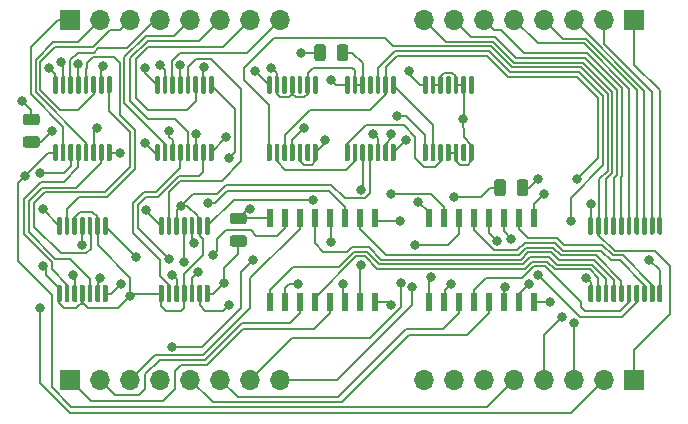
<source format=gbr>
%TF.GenerationSoftware,KiCad,Pcbnew,(5.1.10-1-10_14)*%
%TF.CreationDate,2021-12-18T11:30:40-05:00*%
%TF.ProjectId,Arithmetic,41726974-686d-4657-9469-632e6b696361,rev?*%
%TF.SameCoordinates,Original*%
%TF.FileFunction,Copper,L1,Top*%
%TF.FilePolarity,Positive*%
%FSLAX46Y46*%
G04 Gerber Fmt 4.6, Leading zero omitted, Abs format (unit mm)*
G04 Created by KiCad (PCBNEW (5.1.10-1-10_14)) date 2021-12-18 11:30:40*
%MOMM*%
%LPD*%
G01*
G04 APERTURE LIST*
%TA.AperFunction,ComponentPad*%
%ADD10R,1.700000X1.700000*%
%TD*%
%TA.AperFunction,ComponentPad*%
%ADD11O,1.700000X1.700000*%
%TD*%
%TA.AperFunction,SMDPad,CuDef*%
%ADD12R,0.600000X1.500000*%
%TD*%
%TA.AperFunction,ViaPad*%
%ADD13C,0.800000*%
%TD*%
%TA.AperFunction,Conductor*%
%ADD14C,0.200000*%
%TD*%
G04 APERTURE END LIST*
%TO.P,U7,20*%
%TO.N,VCC*%
%TA.AperFunction,SMDPad,CuDef*%
G36*
G01*
X153131000Y-65947000D02*
X152931000Y-65947000D01*
G75*
G02*
X152831000Y-65847000I0J100000D01*
G01*
X152831000Y-64572000D01*
G75*
G02*
X152931000Y-64472000I100000J0D01*
G01*
X153131000Y-64472000D01*
G75*
G02*
X153231000Y-64572000I0J-100000D01*
G01*
X153231000Y-65847000D01*
G75*
G02*
X153131000Y-65947000I-100000J0D01*
G01*
G37*
%TD.AperFunction*%
%TO.P,U7,19*%
%TO.N,~ADDER_OUT*%
%TA.AperFunction,SMDPad,CuDef*%
G36*
G01*
X153781000Y-65947000D02*
X153581000Y-65947000D01*
G75*
G02*
X153481000Y-65847000I0J100000D01*
G01*
X153481000Y-64572000D01*
G75*
G02*
X153581000Y-64472000I100000J0D01*
G01*
X153781000Y-64472000D01*
G75*
G02*
X153881000Y-64572000I0J-100000D01*
G01*
X153881000Y-65847000D01*
G75*
G02*
X153781000Y-65947000I-100000J0D01*
G01*
G37*
%TD.AperFunction*%
%TO.P,U7,18*%
%TO.N,SUM0*%
%TA.AperFunction,SMDPad,CuDef*%
G36*
G01*
X154431000Y-65947000D02*
X154231000Y-65947000D01*
G75*
G02*
X154131000Y-65847000I0J100000D01*
G01*
X154131000Y-64572000D01*
G75*
G02*
X154231000Y-64472000I100000J0D01*
G01*
X154431000Y-64472000D01*
G75*
G02*
X154531000Y-64572000I0J-100000D01*
G01*
X154531000Y-65847000D01*
G75*
G02*
X154431000Y-65947000I-100000J0D01*
G01*
G37*
%TD.AperFunction*%
%TO.P,U7,17*%
%TO.N,SUM1*%
%TA.AperFunction,SMDPad,CuDef*%
G36*
G01*
X155081000Y-65947000D02*
X154881000Y-65947000D01*
G75*
G02*
X154781000Y-65847000I0J100000D01*
G01*
X154781000Y-64572000D01*
G75*
G02*
X154881000Y-64472000I100000J0D01*
G01*
X155081000Y-64472000D01*
G75*
G02*
X155181000Y-64572000I0J-100000D01*
G01*
X155181000Y-65847000D01*
G75*
G02*
X155081000Y-65947000I-100000J0D01*
G01*
G37*
%TD.AperFunction*%
%TO.P,U7,16*%
%TO.N,SUM2*%
%TA.AperFunction,SMDPad,CuDef*%
G36*
G01*
X155731000Y-65947000D02*
X155531000Y-65947000D01*
G75*
G02*
X155431000Y-65847000I0J100000D01*
G01*
X155431000Y-64572000D01*
G75*
G02*
X155531000Y-64472000I100000J0D01*
G01*
X155731000Y-64472000D01*
G75*
G02*
X155831000Y-64572000I0J-100000D01*
G01*
X155831000Y-65847000D01*
G75*
G02*
X155731000Y-65947000I-100000J0D01*
G01*
G37*
%TD.AperFunction*%
%TO.P,U7,15*%
%TO.N,SUM3*%
%TA.AperFunction,SMDPad,CuDef*%
G36*
G01*
X156381000Y-65947000D02*
X156181000Y-65947000D01*
G75*
G02*
X156081000Y-65847000I0J100000D01*
G01*
X156081000Y-64572000D01*
G75*
G02*
X156181000Y-64472000I100000J0D01*
G01*
X156381000Y-64472000D01*
G75*
G02*
X156481000Y-64572000I0J-100000D01*
G01*
X156481000Y-65847000D01*
G75*
G02*
X156381000Y-65947000I-100000J0D01*
G01*
G37*
%TD.AperFunction*%
%TO.P,U7,14*%
%TO.N,SUM4*%
%TA.AperFunction,SMDPad,CuDef*%
G36*
G01*
X157031000Y-65947000D02*
X156831000Y-65947000D01*
G75*
G02*
X156731000Y-65847000I0J100000D01*
G01*
X156731000Y-64572000D01*
G75*
G02*
X156831000Y-64472000I100000J0D01*
G01*
X157031000Y-64472000D01*
G75*
G02*
X157131000Y-64572000I0J-100000D01*
G01*
X157131000Y-65847000D01*
G75*
G02*
X157031000Y-65947000I-100000J0D01*
G01*
G37*
%TD.AperFunction*%
%TO.P,U7,13*%
%TO.N,SUM5*%
%TA.AperFunction,SMDPad,CuDef*%
G36*
G01*
X157681000Y-65947000D02*
X157481000Y-65947000D01*
G75*
G02*
X157381000Y-65847000I0J100000D01*
G01*
X157381000Y-64572000D01*
G75*
G02*
X157481000Y-64472000I100000J0D01*
G01*
X157681000Y-64472000D01*
G75*
G02*
X157781000Y-64572000I0J-100000D01*
G01*
X157781000Y-65847000D01*
G75*
G02*
X157681000Y-65947000I-100000J0D01*
G01*
G37*
%TD.AperFunction*%
%TO.P,U7,12*%
%TO.N,SUM6*%
%TA.AperFunction,SMDPad,CuDef*%
G36*
G01*
X158331000Y-65947000D02*
X158131000Y-65947000D01*
G75*
G02*
X158031000Y-65847000I0J100000D01*
G01*
X158031000Y-64572000D01*
G75*
G02*
X158131000Y-64472000I100000J0D01*
G01*
X158331000Y-64472000D01*
G75*
G02*
X158431000Y-64572000I0J-100000D01*
G01*
X158431000Y-65847000D01*
G75*
G02*
X158331000Y-65947000I-100000J0D01*
G01*
G37*
%TD.AperFunction*%
%TO.P,U7,11*%
%TO.N,SUM7*%
%TA.AperFunction,SMDPad,CuDef*%
G36*
G01*
X158981000Y-65947000D02*
X158781000Y-65947000D01*
G75*
G02*
X158681000Y-65847000I0J100000D01*
G01*
X158681000Y-64572000D01*
G75*
G02*
X158781000Y-64472000I100000J0D01*
G01*
X158981000Y-64472000D01*
G75*
G02*
X159081000Y-64572000I0J-100000D01*
G01*
X159081000Y-65847000D01*
G75*
G02*
X158981000Y-65947000I-100000J0D01*
G01*
G37*
%TD.AperFunction*%
%TO.P,U7,10*%
%TO.N,GND*%
%TA.AperFunction,SMDPad,CuDef*%
G36*
G01*
X158981000Y-71672000D02*
X158781000Y-71672000D01*
G75*
G02*
X158681000Y-71572000I0J100000D01*
G01*
X158681000Y-70297000D01*
G75*
G02*
X158781000Y-70197000I100000J0D01*
G01*
X158981000Y-70197000D01*
G75*
G02*
X159081000Y-70297000I0J-100000D01*
G01*
X159081000Y-71572000D01*
G75*
G02*
X158981000Y-71672000I-100000J0D01*
G01*
G37*
%TD.AperFunction*%
%TO.P,U7,9*%
%TO.N,Net-(U6-Pad10)*%
%TA.AperFunction,SMDPad,CuDef*%
G36*
G01*
X158331000Y-71672000D02*
X158131000Y-71672000D01*
G75*
G02*
X158031000Y-71572000I0J100000D01*
G01*
X158031000Y-70297000D01*
G75*
G02*
X158131000Y-70197000I100000J0D01*
G01*
X158331000Y-70197000D01*
G75*
G02*
X158431000Y-70297000I0J-100000D01*
G01*
X158431000Y-71572000D01*
G75*
G02*
X158331000Y-71672000I-100000J0D01*
G01*
G37*
%TD.AperFunction*%
%TO.P,U7,8*%
%TO.N,Net-(U6-Pad13)*%
%TA.AperFunction,SMDPad,CuDef*%
G36*
G01*
X157681000Y-71672000D02*
X157481000Y-71672000D01*
G75*
G02*
X157381000Y-71572000I0J100000D01*
G01*
X157381000Y-70297000D01*
G75*
G02*
X157481000Y-70197000I100000J0D01*
G01*
X157681000Y-70197000D01*
G75*
G02*
X157781000Y-70297000I0J-100000D01*
G01*
X157781000Y-71572000D01*
G75*
G02*
X157681000Y-71672000I-100000J0D01*
G01*
G37*
%TD.AperFunction*%
%TO.P,U7,7*%
%TO.N,Net-(U6-Pad1)*%
%TA.AperFunction,SMDPad,CuDef*%
G36*
G01*
X157031000Y-71672000D02*
X156831000Y-71672000D01*
G75*
G02*
X156731000Y-71572000I0J100000D01*
G01*
X156731000Y-70297000D01*
G75*
G02*
X156831000Y-70197000I100000J0D01*
G01*
X157031000Y-70197000D01*
G75*
G02*
X157131000Y-70297000I0J-100000D01*
G01*
X157131000Y-71572000D01*
G75*
G02*
X157031000Y-71672000I-100000J0D01*
G01*
G37*
%TD.AperFunction*%
%TO.P,U7,6*%
%TO.N,Net-(U6-Pad4)*%
%TA.AperFunction,SMDPad,CuDef*%
G36*
G01*
X156381000Y-71672000D02*
X156181000Y-71672000D01*
G75*
G02*
X156081000Y-71572000I0J100000D01*
G01*
X156081000Y-70297000D01*
G75*
G02*
X156181000Y-70197000I100000J0D01*
G01*
X156381000Y-70197000D01*
G75*
G02*
X156481000Y-70297000I0J-100000D01*
G01*
X156481000Y-71572000D01*
G75*
G02*
X156381000Y-71672000I-100000J0D01*
G01*
G37*
%TD.AperFunction*%
%TO.P,U7,5*%
%TO.N,Net-(U5-Pad10)*%
%TA.AperFunction,SMDPad,CuDef*%
G36*
G01*
X155731000Y-71672000D02*
X155531000Y-71672000D01*
G75*
G02*
X155431000Y-71572000I0J100000D01*
G01*
X155431000Y-70297000D01*
G75*
G02*
X155531000Y-70197000I100000J0D01*
G01*
X155731000Y-70197000D01*
G75*
G02*
X155831000Y-70297000I0J-100000D01*
G01*
X155831000Y-71572000D01*
G75*
G02*
X155731000Y-71672000I-100000J0D01*
G01*
G37*
%TD.AperFunction*%
%TO.P,U7,4*%
%TO.N,Net-(U5-Pad13)*%
%TA.AperFunction,SMDPad,CuDef*%
G36*
G01*
X155081000Y-71672000D02*
X154881000Y-71672000D01*
G75*
G02*
X154781000Y-71572000I0J100000D01*
G01*
X154781000Y-70297000D01*
G75*
G02*
X154881000Y-70197000I100000J0D01*
G01*
X155081000Y-70197000D01*
G75*
G02*
X155181000Y-70297000I0J-100000D01*
G01*
X155181000Y-71572000D01*
G75*
G02*
X155081000Y-71672000I-100000J0D01*
G01*
G37*
%TD.AperFunction*%
%TO.P,U7,3*%
%TO.N,Net-(U5-Pad1)*%
%TA.AperFunction,SMDPad,CuDef*%
G36*
G01*
X154431000Y-71672000D02*
X154231000Y-71672000D01*
G75*
G02*
X154131000Y-71572000I0J100000D01*
G01*
X154131000Y-70297000D01*
G75*
G02*
X154231000Y-70197000I100000J0D01*
G01*
X154431000Y-70197000D01*
G75*
G02*
X154531000Y-70297000I0J-100000D01*
G01*
X154531000Y-71572000D01*
G75*
G02*
X154431000Y-71672000I-100000J0D01*
G01*
G37*
%TD.AperFunction*%
%TO.P,U7,2*%
%TO.N,Net-(U5-Pad4)*%
%TA.AperFunction,SMDPad,CuDef*%
G36*
G01*
X153781000Y-71672000D02*
X153581000Y-71672000D01*
G75*
G02*
X153481000Y-71572000I0J100000D01*
G01*
X153481000Y-70297000D01*
G75*
G02*
X153581000Y-70197000I100000J0D01*
G01*
X153781000Y-70197000D01*
G75*
G02*
X153881000Y-70297000I0J-100000D01*
G01*
X153881000Y-71572000D01*
G75*
G02*
X153781000Y-71672000I-100000J0D01*
G01*
G37*
%TD.AperFunction*%
%TO.P,U7,1*%
%TO.N,VCC*%
%TA.AperFunction,SMDPad,CuDef*%
G36*
G01*
X153131000Y-71672000D02*
X152931000Y-71672000D01*
G75*
G02*
X152831000Y-71572000I0J100000D01*
G01*
X152831000Y-70297000D01*
G75*
G02*
X152931000Y-70197000I100000J0D01*
G01*
X153131000Y-70197000D01*
G75*
G02*
X153231000Y-70297000I0J-100000D01*
G01*
X153231000Y-71572000D01*
G75*
G02*
X153131000Y-71672000I-100000J0D01*
G01*
G37*
%TD.AperFunction*%
%TD*%
%TO.P,C4,2*%
%TO.N,GND*%
%TA.AperFunction,SMDPad,CuDef*%
G36*
G01*
X122715000Y-65982000D02*
X123665000Y-65982000D01*
G75*
G02*
X123915000Y-66232000I0J-250000D01*
G01*
X123915000Y-66732000D01*
G75*
G02*
X123665000Y-66982000I-250000J0D01*
G01*
X122715000Y-66982000D01*
G75*
G02*
X122465000Y-66732000I0J250000D01*
G01*
X122465000Y-66232000D01*
G75*
G02*
X122715000Y-65982000I250000J0D01*
G01*
G37*
%TD.AperFunction*%
%TO.P,C4,1*%
%TO.N,VCC*%
%TA.AperFunction,SMDPad,CuDef*%
G36*
G01*
X122715000Y-64082000D02*
X123665000Y-64082000D01*
G75*
G02*
X123915000Y-64332000I0J-250000D01*
G01*
X123915000Y-64832000D01*
G75*
G02*
X123665000Y-65082000I-250000J0D01*
G01*
X122715000Y-65082000D01*
G75*
G02*
X122465000Y-64832000I0J250000D01*
G01*
X122465000Y-64332000D01*
G75*
G02*
X122715000Y-64082000I250000J0D01*
G01*
G37*
%TD.AperFunction*%
%TD*%
%TO.P,C3,2*%
%TO.N,GND*%
%TA.AperFunction,SMDPad,CuDef*%
G36*
G01*
X105189000Y-57600000D02*
X106139000Y-57600000D01*
G75*
G02*
X106389000Y-57850000I0J-250000D01*
G01*
X106389000Y-58350000D01*
G75*
G02*
X106139000Y-58600000I-250000J0D01*
G01*
X105189000Y-58600000D01*
G75*
G02*
X104939000Y-58350000I0J250000D01*
G01*
X104939000Y-57850000D01*
G75*
G02*
X105189000Y-57600000I250000J0D01*
G01*
G37*
%TD.AperFunction*%
%TO.P,C3,1*%
%TO.N,VCC*%
%TA.AperFunction,SMDPad,CuDef*%
G36*
G01*
X105189000Y-55700000D02*
X106139000Y-55700000D01*
G75*
G02*
X106389000Y-55950000I0J-250000D01*
G01*
X106389000Y-56450000D01*
G75*
G02*
X106139000Y-56700000I-250000J0D01*
G01*
X105189000Y-56700000D01*
G75*
G02*
X104939000Y-56450000I0J250000D01*
G01*
X104939000Y-55950000D01*
G75*
G02*
X105189000Y-55700000I250000J0D01*
G01*
G37*
%TD.AperFunction*%
%TD*%
%TO.P,C2,2*%
%TO.N,GND*%
%TA.AperFunction,SMDPad,CuDef*%
G36*
G01*
X146754000Y-62451000D02*
X146754000Y-61501000D01*
G75*
G02*
X147004000Y-61251000I250000J0D01*
G01*
X147504000Y-61251000D01*
G75*
G02*
X147754000Y-61501000I0J-250000D01*
G01*
X147754000Y-62451000D01*
G75*
G02*
X147504000Y-62701000I-250000J0D01*
G01*
X147004000Y-62701000D01*
G75*
G02*
X146754000Y-62451000I0J250000D01*
G01*
G37*
%TD.AperFunction*%
%TO.P,C2,1*%
%TO.N,VCC*%
%TA.AperFunction,SMDPad,CuDef*%
G36*
G01*
X144854000Y-62451000D02*
X144854000Y-61501000D01*
G75*
G02*
X145104000Y-61251000I250000J0D01*
G01*
X145604000Y-61251000D01*
G75*
G02*
X145854000Y-61501000I0J-250000D01*
G01*
X145854000Y-62451000D01*
G75*
G02*
X145604000Y-62701000I-250000J0D01*
G01*
X145104000Y-62701000D01*
G75*
G02*
X144854000Y-62451000I0J250000D01*
G01*
G37*
%TD.AperFunction*%
%TD*%
%TO.P,C1,2*%
%TO.N,GND*%
%TA.AperFunction,SMDPad,CuDef*%
G36*
G01*
X131514000Y-51021000D02*
X131514000Y-50071000D01*
G75*
G02*
X131764000Y-49821000I250000J0D01*
G01*
X132264000Y-49821000D01*
G75*
G02*
X132514000Y-50071000I0J-250000D01*
G01*
X132514000Y-51021000D01*
G75*
G02*
X132264000Y-51271000I-250000J0D01*
G01*
X131764000Y-51271000D01*
G75*
G02*
X131514000Y-51021000I0J250000D01*
G01*
G37*
%TD.AperFunction*%
%TO.P,C1,1*%
%TO.N,VCC*%
%TA.AperFunction,SMDPad,CuDef*%
G36*
G01*
X129614000Y-51021000D02*
X129614000Y-50071000D01*
G75*
G02*
X129864000Y-49821000I250000J0D01*
G01*
X130364000Y-49821000D01*
G75*
G02*
X130614000Y-50071000I0J-250000D01*
G01*
X130614000Y-51021000D01*
G75*
G02*
X130364000Y-51271000I-250000J0D01*
G01*
X129864000Y-51271000D01*
G75*
G02*
X129614000Y-51021000I0J250000D01*
G01*
G37*
%TD.AperFunction*%
%TD*%
D10*
%TO.P,J4,1*%
%TO.N,~ADDER_OUT*%
X156718000Y-78232000D03*
D11*
%TO.P,J4,2*%
%TO.N,TWOS_COMP*%
X154178000Y-78232000D03*
%TO.P,J4,3*%
%TO.N,ADC_SBB*%
X151638000Y-78232000D03*
%TO.P,J4,4*%
%TO.N,CARRY_FLAG_IN*%
X149098000Y-78232000D03*
%TO.P,J4,5*%
%TO.N,OP_MUX_SEL*%
X146558000Y-78232000D03*
%TO.P,J4,6*%
%TO.N,ADDER_CARRY_OUT*%
X144018000Y-78232000D03*
%TO.P,J4,7*%
%TO.N,GND*%
X141478000Y-78232000D03*
%TO.P,J4,8*%
%TO.N,VCC*%
X138938000Y-78232000D03*
%TD*%
%TO.P,J3,8*%
%TO.N,SUM0*%
X138938000Y-47752000D03*
%TO.P,J3,7*%
%TO.N,SUM1*%
X141478000Y-47752000D03*
%TO.P,J3,6*%
%TO.N,SUM2*%
X144018000Y-47752000D03*
%TO.P,J3,5*%
%TO.N,SUM3*%
X146558000Y-47752000D03*
%TO.P,J3,4*%
%TO.N,SUM4*%
X149098000Y-47752000D03*
%TO.P,J3,3*%
%TO.N,SUM5*%
X151638000Y-47752000D03*
%TO.P,J3,2*%
%TO.N,SUM6*%
X154178000Y-47752000D03*
D10*
%TO.P,J3,1*%
%TO.N,SUM7*%
X156718000Y-47752000D03*
%TD*%
D11*
%TO.P,J2,8*%
%TO.N,B7*%
X126746000Y-47752000D03*
%TO.P,J2,7*%
%TO.N,B6*%
X124206000Y-47752000D03*
%TO.P,J2,6*%
%TO.N,B5*%
X121666000Y-47752000D03*
%TO.P,J2,5*%
%TO.N,B4*%
X119126000Y-47752000D03*
%TO.P,J2,4*%
%TO.N,B3*%
X116586000Y-47752000D03*
%TO.P,J2,3*%
%TO.N,B2*%
X114046000Y-47752000D03*
%TO.P,J2,2*%
%TO.N,B1*%
X111506000Y-47752000D03*
D10*
%TO.P,J2,1*%
%TO.N,B0*%
X108966000Y-47752000D03*
%TD*%
D11*
%TO.P,J1,8*%
%TO.N,A7*%
X126746000Y-78232000D03*
%TO.P,J1,7*%
%TO.N,A6*%
X124206000Y-78232000D03*
%TO.P,J1,6*%
%TO.N,A5*%
X121666000Y-78232000D03*
%TO.P,J1,5*%
%TO.N,A4*%
X119126000Y-78232000D03*
%TO.P,J1,4*%
%TO.N,A3*%
X116586000Y-78232000D03*
%TO.P,J1,3*%
%TO.N,A2*%
X114046000Y-78232000D03*
%TO.P,J1,2*%
%TO.N,A1*%
X111506000Y-78232000D03*
D10*
%TO.P,J1,1*%
%TO.N,A0*%
X108966000Y-78232000D03*
%TD*%
%TO.P,U34,14*%
%TO.N,VCC*%
%TA.AperFunction,SMDPad,CuDef*%
G36*
G01*
X139120000Y-54009000D02*
X138920000Y-54009000D01*
G75*
G02*
X138820000Y-53909000I0J100000D01*
G01*
X138820000Y-52634000D01*
G75*
G02*
X138920000Y-52534000I100000J0D01*
G01*
X139120000Y-52534000D01*
G75*
G02*
X139220000Y-52634000I0J-100000D01*
G01*
X139220000Y-53909000D01*
G75*
G02*
X139120000Y-54009000I-100000J0D01*
G01*
G37*
%TD.AperFunction*%
%TO.P,U34,13*%
%TO.N,GND*%
%TA.AperFunction,SMDPad,CuDef*%
G36*
G01*
X139770000Y-54009000D02*
X139570000Y-54009000D01*
G75*
G02*
X139470000Y-53909000I0J100000D01*
G01*
X139470000Y-52634000D01*
G75*
G02*
X139570000Y-52534000I100000J0D01*
G01*
X139770000Y-52534000D01*
G75*
G02*
X139870000Y-52634000I0J-100000D01*
G01*
X139870000Y-53909000D01*
G75*
G02*
X139770000Y-54009000I-100000J0D01*
G01*
G37*
%TD.AperFunction*%
%TO.P,U34,12*%
%TA.AperFunction,SMDPad,CuDef*%
G36*
G01*
X140420000Y-54009000D02*
X140220000Y-54009000D01*
G75*
G02*
X140120000Y-53909000I0J100000D01*
G01*
X140120000Y-52634000D01*
G75*
G02*
X140220000Y-52534000I100000J0D01*
G01*
X140420000Y-52534000D01*
G75*
G02*
X140520000Y-52634000I0J-100000D01*
G01*
X140520000Y-53909000D01*
G75*
G02*
X140420000Y-54009000I-100000J0D01*
G01*
G37*
%TD.AperFunction*%
%TO.P,U34,11*%
%TO.N,Net-(U34-Pad11)*%
%TA.AperFunction,SMDPad,CuDef*%
G36*
G01*
X141070000Y-54009000D02*
X140870000Y-54009000D01*
G75*
G02*
X140770000Y-53909000I0J100000D01*
G01*
X140770000Y-52634000D01*
G75*
G02*
X140870000Y-52534000I100000J0D01*
G01*
X141070000Y-52534000D01*
G75*
G02*
X141170000Y-52634000I0J-100000D01*
G01*
X141170000Y-53909000D01*
G75*
G02*
X141070000Y-54009000I-100000J0D01*
G01*
G37*
%TD.AperFunction*%
%TO.P,U34,10*%
%TO.N,GND*%
%TA.AperFunction,SMDPad,CuDef*%
G36*
G01*
X141720000Y-54009000D02*
X141520000Y-54009000D01*
G75*
G02*
X141420000Y-53909000I0J100000D01*
G01*
X141420000Y-52634000D01*
G75*
G02*
X141520000Y-52534000I100000J0D01*
G01*
X141720000Y-52534000D01*
G75*
G02*
X141820000Y-52634000I0J-100000D01*
G01*
X141820000Y-53909000D01*
G75*
G02*
X141720000Y-54009000I-100000J0D01*
G01*
G37*
%TD.AperFunction*%
%TO.P,U34,9*%
%TA.AperFunction,SMDPad,CuDef*%
G36*
G01*
X142370000Y-54009000D02*
X142170000Y-54009000D01*
G75*
G02*
X142070000Y-53909000I0J100000D01*
G01*
X142070000Y-52634000D01*
G75*
G02*
X142170000Y-52534000I100000J0D01*
G01*
X142370000Y-52534000D01*
G75*
G02*
X142470000Y-52634000I0J-100000D01*
G01*
X142470000Y-53909000D01*
G75*
G02*
X142370000Y-54009000I-100000J0D01*
G01*
G37*
%TD.AperFunction*%
%TO.P,U34,8*%
%TO.N,Net-(U34-Pad8)*%
%TA.AperFunction,SMDPad,CuDef*%
G36*
G01*
X143020000Y-54009000D02*
X142820000Y-54009000D01*
G75*
G02*
X142720000Y-53909000I0J100000D01*
G01*
X142720000Y-52634000D01*
G75*
G02*
X142820000Y-52534000I100000J0D01*
G01*
X143020000Y-52534000D01*
G75*
G02*
X143120000Y-52634000I0J-100000D01*
G01*
X143120000Y-53909000D01*
G75*
G02*
X143020000Y-54009000I-100000J0D01*
G01*
G37*
%TD.AperFunction*%
%TO.P,U34,7*%
%TO.N,GND*%
%TA.AperFunction,SMDPad,CuDef*%
G36*
G01*
X143020000Y-59734000D02*
X142820000Y-59734000D01*
G75*
G02*
X142720000Y-59634000I0J100000D01*
G01*
X142720000Y-58359000D01*
G75*
G02*
X142820000Y-58259000I100000J0D01*
G01*
X143020000Y-58259000D01*
G75*
G02*
X143120000Y-58359000I0J-100000D01*
G01*
X143120000Y-59634000D01*
G75*
G02*
X143020000Y-59734000I-100000J0D01*
G01*
G37*
%TD.AperFunction*%
%TO.P,U34,6*%
%TO.N,Net-(U34-Pad6)*%
%TA.AperFunction,SMDPad,CuDef*%
G36*
G01*
X142370000Y-59734000D02*
X142170000Y-59734000D01*
G75*
G02*
X142070000Y-59634000I0J100000D01*
G01*
X142070000Y-58359000D01*
G75*
G02*
X142170000Y-58259000I100000J0D01*
G01*
X142370000Y-58259000D01*
G75*
G02*
X142470000Y-58359000I0J-100000D01*
G01*
X142470000Y-59634000D01*
G75*
G02*
X142370000Y-59734000I-100000J0D01*
G01*
G37*
%TD.AperFunction*%
%TO.P,U34,5*%
%TO.N,GND*%
%TA.AperFunction,SMDPad,CuDef*%
G36*
G01*
X141720000Y-59734000D02*
X141520000Y-59734000D01*
G75*
G02*
X141420000Y-59634000I0J100000D01*
G01*
X141420000Y-58359000D01*
G75*
G02*
X141520000Y-58259000I100000J0D01*
G01*
X141720000Y-58259000D01*
G75*
G02*
X141820000Y-58359000I0J-100000D01*
G01*
X141820000Y-59634000D01*
G75*
G02*
X141720000Y-59734000I-100000J0D01*
G01*
G37*
%TD.AperFunction*%
%TO.P,U34,4*%
%TA.AperFunction,SMDPad,CuDef*%
G36*
G01*
X141070000Y-59734000D02*
X140870000Y-59734000D01*
G75*
G02*
X140770000Y-59634000I0J100000D01*
G01*
X140770000Y-58359000D01*
G75*
G02*
X140870000Y-58259000I100000J0D01*
G01*
X141070000Y-58259000D01*
G75*
G02*
X141170000Y-58359000I0J-100000D01*
G01*
X141170000Y-59634000D01*
G75*
G02*
X141070000Y-59734000I-100000J0D01*
G01*
G37*
%TD.AperFunction*%
%TO.P,U34,3*%
%TO.N,Net-(U33-Pad1)*%
%TA.AperFunction,SMDPad,CuDef*%
G36*
G01*
X140420000Y-59734000D02*
X140220000Y-59734000D01*
G75*
G02*
X140120000Y-59634000I0J100000D01*
G01*
X140120000Y-58359000D01*
G75*
G02*
X140220000Y-58259000I100000J0D01*
G01*
X140420000Y-58259000D01*
G75*
G02*
X140520000Y-58359000I0J-100000D01*
G01*
X140520000Y-59634000D01*
G75*
G02*
X140420000Y-59734000I-100000J0D01*
G01*
G37*
%TD.AperFunction*%
%TO.P,U34,2*%
%TO.N,Net-(U33-Pad8)*%
%TA.AperFunction,SMDPad,CuDef*%
G36*
G01*
X139770000Y-59734000D02*
X139570000Y-59734000D01*
G75*
G02*
X139470000Y-59634000I0J100000D01*
G01*
X139470000Y-58359000D01*
G75*
G02*
X139570000Y-58259000I100000J0D01*
G01*
X139770000Y-58259000D01*
G75*
G02*
X139870000Y-58359000I0J-100000D01*
G01*
X139870000Y-59634000D01*
G75*
G02*
X139770000Y-59734000I-100000J0D01*
G01*
G37*
%TD.AperFunction*%
%TO.P,U34,1*%
%TO.N,Net-(U33-Pad6)*%
%TA.AperFunction,SMDPad,CuDef*%
G36*
G01*
X139120000Y-59734000D02*
X138920000Y-59734000D01*
G75*
G02*
X138820000Y-59634000I0J100000D01*
G01*
X138820000Y-58359000D01*
G75*
G02*
X138920000Y-58259000I100000J0D01*
G01*
X139120000Y-58259000D01*
G75*
G02*
X139220000Y-58359000I0J-100000D01*
G01*
X139220000Y-59634000D01*
G75*
G02*
X139120000Y-59734000I-100000J0D01*
G01*
G37*
%TD.AperFunction*%
%TD*%
%TO.P,U33,14*%
%TO.N,VCC*%
%TA.AperFunction,SMDPad,CuDef*%
G36*
G01*
X132516000Y-54009000D02*
X132316000Y-54009000D01*
G75*
G02*
X132216000Y-53909000I0J100000D01*
G01*
X132216000Y-52634000D01*
G75*
G02*
X132316000Y-52534000I100000J0D01*
G01*
X132516000Y-52534000D01*
G75*
G02*
X132616000Y-52634000I0J-100000D01*
G01*
X132616000Y-53909000D01*
G75*
G02*
X132516000Y-54009000I-100000J0D01*
G01*
G37*
%TD.AperFunction*%
%TO.P,U33,13*%
%TO.N,GND*%
%TA.AperFunction,SMDPad,CuDef*%
G36*
G01*
X133166000Y-54009000D02*
X132966000Y-54009000D01*
G75*
G02*
X132866000Y-53909000I0J100000D01*
G01*
X132866000Y-52634000D01*
G75*
G02*
X132966000Y-52534000I100000J0D01*
G01*
X133166000Y-52534000D01*
G75*
G02*
X133266000Y-52634000I0J-100000D01*
G01*
X133266000Y-53909000D01*
G75*
G02*
X133166000Y-54009000I-100000J0D01*
G01*
G37*
%TD.AperFunction*%
%TO.P,U33,12*%
%TA.AperFunction,SMDPad,CuDef*%
G36*
G01*
X133816000Y-54009000D02*
X133616000Y-54009000D01*
G75*
G02*
X133516000Y-53909000I0J100000D01*
G01*
X133516000Y-52634000D01*
G75*
G02*
X133616000Y-52534000I100000J0D01*
G01*
X133816000Y-52534000D01*
G75*
G02*
X133916000Y-52634000I0J-100000D01*
G01*
X133916000Y-53909000D01*
G75*
G02*
X133816000Y-54009000I-100000J0D01*
G01*
G37*
%TD.AperFunction*%
%TO.P,U33,11*%
%TO.N,Net-(U33-Pad11)*%
%TA.AperFunction,SMDPad,CuDef*%
G36*
G01*
X134466000Y-54009000D02*
X134266000Y-54009000D01*
G75*
G02*
X134166000Y-53909000I0J100000D01*
G01*
X134166000Y-52634000D01*
G75*
G02*
X134266000Y-52534000I100000J0D01*
G01*
X134466000Y-52534000D01*
G75*
G02*
X134566000Y-52634000I0J-100000D01*
G01*
X134566000Y-53909000D01*
G75*
G02*
X134466000Y-54009000I-100000J0D01*
G01*
G37*
%TD.AperFunction*%
%TO.P,U33,10*%
%TO.N,CARRY_FLAG_IN*%
%TA.AperFunction,SMDPad,CuDef*%
G36*
G01*
X135116000Y-54009000D02*
X134916000Y-54009000D01*
G75*
G02*
X134816000Y-53909000I0J100000D01*
G01*
X134816000Y-52634000D01*
G75*
G02*
X134916000Y-52534000I100000J0D01*
G01*
X135116000Y-52534000D01*
G75*
G02*
X135216000Y-52634000I0J-100000D01*
G01*
X135216000Y-53909000D01*
G75*
G02*
X135116000Y-54009000I-100000J0D01*
G01*
G37*
%TD.AperFunction*%
%TO.P,U33,9*%
%TO.N,ADC_SBB*%
%TA.AperFunction,SMDPad,CuDef*%
G36*
G01*
X135766000Y-54009000D02*
X135566000Y-54009000D01*
G75*
G02*
X135466000Y-53909000I0J100000D01*
G01*
X135466000Y-52634000D01*
G75*
G02*
X135566000Y-52534000I100000J0D01*
G01*
X135766000Y-52534000D01*
G75*
G02*
X135866000Y-52634000I0J-100000D01*
G01*
X135866000Y-53909000D01*
G75*
G02*
X135766000Y-54009000I-100000J0D01*
G01*
G37*
%TD.AperFunction*%
%TO.P,U33,8*%
%TO.N,Net-(U33-Pad8)*%
%TA.AperFunction,SMDPad,CuDef*%
G36*
G01*
X136416000Y-54009000D02*
X136216000Y-54009000D01*
G75*
G02*
X136116000Y-53909000I0J100000D01*
G01*
X136116000Y-52634000D01*
G75*
G02*
X136216000Y-52534000I100000J0D01*
G01*
X136416000Y-52534000D01*
G75*
G02*
X136516000Y-52634000I0J-100000D01*
G01*
X136516000Y-53909000D01*
G75*
G02*
X136416000Y-54009000I-100000J0D01*
G01*
G37*
%TD.AperFunction*%
%TO.P,U33,7*%
%TO.N,GND*%
%TA.AperFunction,SMDPad,CuDef*%
G36*
G01*
X136416000Y-59734000D02*
X136216000Y-59734000D01*
G75*
G02*
X136116000Y-59634000I0J100000D01*
G01*
X136116000Y-58359000D01*
G75*
G02*
X136216000Y-58259000I100000J0D01*
G01*
X136416000Y-58259000D01*
G75*
G02*
X136516000Y-58359000I0J-100000D01*
G01*
X136516000Y-59634000D01*
G75*
G02*
X136416000Y-59734000I-100000J0D01*
G01*
G37*
%TD.AperFunction*%
%TO.P,U33,6*%
%TO.N,Net-(U33-Pad6)*%
%TA.AperFunction,SMDPad,CuDef*%
G36*
G01*
X135766000Y-59734000D02*
X135566000Y-59734000D01*
G75*
G02*
X135466000Y-59634000I0J100000D01*
G01*
X135466000Y-58359000D01*
G75*
G02*
X135566000Y-58259000I100000J0D01*
G01*
X135766000Y-58259000D01*
G75*
G02*
X135866000Y-58359000I0J-100000D01*
G01*
X135866000Y-59634000D01*
G75*
G02*
X135766000Y-59734000I-100000J0D01*
G01*
G37*
%TD.AperFunction*%
%TO.P,U33,5*%
%TO.N,Net-(U32-Pad4)*%
%TA.AperFunction,SMDPad,CuDef*%
G36*
G01*
X135116000Y-59734000D02*
X134916000Y-59734000D01*
G75*
G02*
X134816000Y-59634000I0J100000D01*
G01*
X134816000Y-58359000D01*
G75*
G02*
X134916000Y-58259000I100000J0D01*
G01*
X135116000Y-58259000D01*
G75*
G02*
X135216000Y-58359000I0J-100000D01*
G01*
X135216000Y-59634000D01*
G75*
G02*
X135116000Y-59734000I-100000J0D01*
G01*
G37*
%TD.AperFunction*%
%TO.P,U33,4*%
%TO.N,TWOS_COMP*%
%TA.AperFunction,SMDPad,CuDef*%
G36*
G01*
X134466000Y-59734000D02*
X134266000Y-59734000D01*
G75*
G02*
X134166000Y-59634000I0J100000D01*
G01*
X134166000Y-58359000D01*
G75*
G02*
X134266000Y-58259000I100000J0D01*
G01*
X134466000Y-58259000D01*
G75*
G02*
X134566000Y-58359000I0J-100000D01*
G01*
X134566000Y-59634000D01*
G75*
G02*
X134466000Y-59734000I-100000J0D01*
G01*
G37*
%TD.AperFunction*%
%TO.P,U33,3*%
%TO.N,ADDER_CARRY_IN*%
%TA.AperFunction,SMDPad,CuDef*%
G36*
G01*
X133816000Y-59734000D02*
X133616000Y-59734000D01*
G75*
G02*
X133516000Y-59634000I0J100000D01*
G01*
X133516000Y-58359000D01*
G75*
G02*
X133616000Y-58259000I100000J0D01*
G01*
X133816000Y-58259000D01*
G75*
G02*
X133916000Y-58359000I0J-100000D01*
G01*
X133916000Y-59634000D01*
G75*
G02*
X133816000Y-59734000I-100000J0D01*
G01*
G37*
%TD.AperFunction*%
%TO.P,U33,2*%
%TO.N,Net-(U32-Pad2)*%
%TA.AperFunction,SMDPad,CuDef*%
G36*
G01*
X133166000Y-59734000D02*
X132966000Y-59734000D01*
G75*
G02*
X132866000Y-59634000I0J100000D01*
G01*
X132866000Y-58359000D01*
G75*
G02*
X132966000Y-58259000I100000J0D01*
G01*
X133166000Y-58259000D01*
G75*
G02*
X133266000Y-58359000I0J-100000D01*
G01*
X133266000Y-59634000D01*
G75*
G02*
X133166000Y-59734000I-100000J0D01*
G01*
G37*
%TD.AperFunction*%
%TO.P,U33,1*%
%TO.N,Net-(U33-Pad1)*%
%TA.AperFunction,SMDPad,CuDef*%
G36*
G01*
X132516000Y-59734000D02*
X132316000Y-59734000D01*
G75*
G02*
X132216000Y-59634000I0J100000D01*
G01*
X132216000Y-58359000D01*
G75*
G02*
X132316000Y-58259000I100000J0D01*
G01*
X132516000Y-58259000D01*
G75*
G02*
X132616000Y-58359000I0J-100000D01*
G01*
X132616000Y-59634000D01*
G75*
G02*
X132516000Y-59734000I-100000J0D01*
G01*
G37*
%TD.AperFunction*%
%TD*%
%TO.P,U32,14*%
%TO.N,VCC*%
%TA.AperFunction,SMDPad,CuDef*%
G36*
G01*
X125912000Y-54009000D02*
X125712000Y-54009000D01*
G75*
G02*
X125612000Y-53909000I0J100000D01*
G01*
X125612000Y-52634000D01*
G75*
G02*
X125712000Y-52534000I100000J0D01*
G01*
X125912000Y-52534000D01*
G75*
G02*
X126012000Y-52634000I0J-100000D01*
G01*
X126012000Y-53909000D01*
G75*
G02*
X125912000Y-54009000I-100000J0D01*
G01*
G37*
%TD.AperFunction*%
%TO.P,U32,13*%
%TO.N,GND*%
%TA.AperFunction,SMDPad,CuDef*%
G36*
G01*
X126562000Y-54009000D02*
X126362000Y-54009000D01*
G75*
G02*
X126262000Y-53909000I0J100000D01*
G01*
X126262000Y-52634000D01*
G75*
G02*
X126362000Y-52534000I100000J0D01*
G01*
X126562000Y-52534000D01*
G75*
G02*
X126662000Y-52634000I0J-100000D01*
G01*
X126662000Y-53909000D01*
G75*
G02*
X126562000Y-54009000I-100000J0D01*
G01*
G37*
%TD.AperFunction*%
%TO.P,U32,12*%
%TO.N,Net-(U32-Pad12)*%
%TA.AperFunction,SMDPad,CuDef*%
G36*
G01*
X127212000Y-54009000D02*
X127012000Y-54009000D01*
G75*
G02*
X126912000Y-53909000I0J100000D01*
G01*
X126912000Y-52634000D01*
G75*
G02*
X127012000Y-52534000I100000J0D01*
G01*
X127212000Y-52534000D01*
G75*
G02*
X127312000Y-52634000I0J-100000D01*
G01*
X127312000Y-53909000D01*
G75*
G02*
X127212000Y-54009000I-100000J0D01*
G01*
G37*
%TD.AperFunction*%
%TO.P,U32,11*%
%TO.N,GND*%
%TA.AperFunction,SMDPad,CuDef*%
G36*
G01*
X127862000Y-54009000D02*
X127662000Y-54009000D01*
G75*
G02*
X127562000Y-53909000I0J100000D01*
G01*
X127562000Y-52634000D01*
G75*
G02*
X127662000Y-52534000I100000J0D01*
G01*
X127862000Y-52534000D01*
G75*
G02*
X127962000Y-52634000I0J-100000D01*
G01*
X127962000Y-53909000D01*
G75*
G02*
X127862000Y-54009000I-100000J0D01*
G01*
G37*
%TD.AperFunction*%
%TO.P,U32,10*%
%TO.N,Net-(U32-Pad10)*%
%TA.AperFunction,SMDPad,CuDef*%
G36*
G01*
X128512000Y-54009000D02*
X128312000Y-54009000D01*
G75*
G02*
X128212000Y-53909000I0J100000D01*
G01*
X128212000Y-52634000D01*
G75*
G02*
X128312000Y-52534000I100000J0D01*
G01*
X128512000Y-52534000D01*
G75*
G02*
X128612000Y-52634000I0J-100000D01*
G01*
X128612000Y-53909000D01*
G75*
G02*
X128512000Y-54009000I-100000J0D01*
G01*
G37*
%TD.AperFunction*%
%TO.P,U32,9*%
%TO.N,GND*%
%TA.AperFunction,SMDPad,CuDef*%
G36*
G01*
X129162000Y-54009000D02*
X128962000Y-54009000D01*
G75*
G02*
X128862000Y-53909000I0J100000D01*
G01*
X128862000Y-52634000D01*
G75*
G02*
X128962000Y-52534000I100000J0D01*
G01*
X129162000Y-52534000D01*
G75*
G02*
X129262000Y-52634000I0J-100000D01*
G01*
X129262000Y-53909000D01*
G75*
G02*
X129162000Y-54009000I-100000J0D01*
G01*
G37*
%TD.AperFunction*%
%TO.P,U32,8*%
%TO.N,Net-(U32-Pad8)*%
%TA.AperFunction,SMDPad,CuDef*%
G36*
G01*
X129812000Y-54009000D02*
X129612000Y-54009000D01*
G75*
G02*
X129512000Y-53909000I0J100000D01*
G01*
X129512000Y-52634000D01*
G75*
G02*
X129612000Y-52534000I100000J0D01*
G01*
X129812000Y-52534000D01*
G75*
G02*
X129912000Y-52634000I0J-100000D01*
G01*
X129912000Y-53909000D01*
G75*
G02*
X129812000Y-54009000I-100000J0D01*
G01*
G37*
%TD.AperFunction*%
%TO.P,U32,7*%
%TO.N,GND*%
%TA.AperFunction,SMDPad,CuDef*%
G36*
G01*
X129812000Y-59734000D02*
X129612000Y-59734000D01*
G75*
G02*
X129512000Y-59634000I0J100000D01*
G01*
X129512000Y-58359000D01*
G75*
G02*
X129612000Y-58259000I100000J0D01*
G01*
X129812000Y-58259000D01*
G75*
G02*
X129912000Y-58359000I0J-100000D01*
G01*
X129912000Y-59634000D01*
G75*
G02*
X129812000Y-59734000I-100000J0D01*
G01*
G37*
%TD.AperFunction*%
%TO.P,U32,6*%
%TO.N,Net-(U32-Pad6)*%
%TA.AperFunction,SMDPad,CuDef*%
G36*
G01*
X129162000Y-59734000D02*
X128962000Y-59734000D01*
G75*
G02*
X128862000Y-59634000I0J100000D01*
G01*
X128862000Y-58359000D01*
G75*
G02*
X128962000Y-58259000I100000J0D01*
G01*
X129162000Y-58259000D01*
G75*
G02*
X129262000Y-58359000I0J-100000D01*
G01*
X129262000Y-59634000D01*
G75*
G02*
X129162000Y-59734000I-100000J0D01*
G01*
G37*
%TD.AperFunction*%
%TO.P,U32,5*%
%TO.N,GND*%
%TA.AperFunction,SMDPad,CuDef*%
G36*
G01*
X128512000Y-59734000D02*
X128312000Y-59734000D01*
G75*
G02*
X128212000Y-59634000I0J100000D01*
G01*
X128212000Y-58359000D01*
G75*
G02*
X128312000Y-58259000I100000J0D01*
G01*
X128512000Y-58259000D01*
G75*
G02*
X128612000Y-58359000I0J-100000D01*
G01*
X128612000Y-59634000D01*
G75*
G02*
X128512000Y-59734000I-100000J0D01*
G01*
G37*
%TD.AperFunction*%
%TO.P,U32,4*%
%TO.N,Net-(U32-Pad4)*%
%TA.AperFunction,SMDPad,CuDef*%
G36*
G01*
X127862000Y-59734000D02*
X127662000Y-59734000D01*
G75*
G02*
X127562000Y-59634000I0J100000D01*
G01*
X127562000Y-58359000D01*
G75*
G02*
X127662000Y-58259000I100000J0D01*
G01*
X127862000Y-58259000D01*
G75*
G02*
X127962000Y-58359000I0J-100000D01*
G01*
X127962000Y-59634000D01*
G75*
G02*
X127862000Y-59734000I-100000J0D01*
G01*
G37*
%TD.AperFunction*%
%TO.P,U32,3*%
%TO.N,ADC_SBB*%
%TA.AperFunction,SMDPad,CuDef*%
G36*
G01*
X127212000Y-59734000D02*
X127012000Y-59734000D01*
G75*
G02*
X126912000Y-59634000I0J100000D01*
G01*
X126912000Y-58359000D01*
G75*
G02*
X127012000Y-58259000I100000J0D01*
G01*
X127212000Y-58259000D01*
G75*
G02*
X127312000Y-58359000I0J-100000D01*
G01*
X127312000Y-59634000D01*
G75*
G02*
X127212000Y-59734000I-100000J0D01*
G01*
G37*
%TD.AperFunction*%
%TO.P,U32,2*%
%TO.N,Net-(U32-Pad2)*%
%TA.AperFunction,SMDPad,CuDef*%
G36*
G01*
X126562000Y-59734000D02*
X126362000Y-59734000D01*
G75*
G02*
X126262000Y-59634000I0J100000D01*
G01*
X126262000Y-58359000D01*
G75*
G02*
X126362000Y-58259000I100000J0D01*
G01*
X126562000Y-58259000D01*
G75*
G02*
X126662000Y-58359000I0J-100000D01*
G01*
X126662000Y-59634000D01*
G75*
G02*
X126562000Y-59734000I-100000J0D01*
G01*
G37*
%TD.AperFunction*%
%TO.P,U32,1*%
%TO.N,~ADDER_OUT*%
%TA.AperFunction,SMDPad,CuDef*%
G36*
G01*
X125912000Y-59734000D02*
X125712000Y-59734000D01*
G75*
G02*
X125612000Y-59634000I0J100000D01*
G01*
X125612000Y-58359000D01*
G75*
G02*
X125712000Y-58259000I100000J0D01*
G01*
X125912000Y-58259000D01*
G75*
G02*
X126012000Y-58359000I0J-100000D01*
G01*
X126012000Y-59634000D01*
G75*
G02*
X125912000Y-59734000I-100000J0D01*
G01*
G37*
%TD.AperFunction*%
%TD*%
D12*
%TO.P,U6,16*%
%TO.N,VCC*%
X139319000Y-64522000D03*
%TO.P,U6,15*%
%TO.N,OP6*%
X140589000Y-64522000D03*
%TO.P,U6,14*%
%TO.N,A6*%
X141859000Y-64522000D03*
%TO.P,U6,13*%
%TO.N,Net-(U6-Pad13)*%
X143129000Y-64522000D03*
%TO.P,U6,12*%
%TO.N,A7*%
X144399000Y-64522000D03*
%TO.P,U6,11*%
%TO.N,OP7*%
X145669000Y-64522000D03*
%TO.P,U6,10*%
%TO.N,Net-(U6-Pad10)*%
X146939000Y-64522000D03*
%TO.P,U6,9*%
%TO.N,ADDER_CARRY_OUT*%
X148209000Y-64522000D03*
%TO.P,U6,8*%
%TO.N,GND*%
X148209000Y-71622000D03*
%TO.P,U6,7*%
%TO.N,Net-(U5-Pad9)*%
X146939000Y-71622000D03*
%TO.P,U6,6*%
%TO.N,OP4*%
X145669000Y-71622000D03*
%TO.P,U6,5*%
%TO.N,A4*%
X144399000Y-71622000D03*
%TO.P,U6,4*%
%TO.N,Net-(U6-Pad4)*%
X143129000Y-71622000D03*
%TO.P,U6,3*%
%TO.N,A5*%
X141859000Y-71622000D03*
%TO.P,U6,2*%
%TO.N,OP5*%
X140589000Y-71622000D03*
%TO.P,U6,1*%
%TO.N,Net-(U6-Pad1)*%
X139319000Y-71622000D03*
%TD*%
%TO.P,U5,16*%
%TO.N,VCC*%
X125857000Y-64522000D03*
%TO.P,U5,15*%
%TO.N,OP2*%
X127127000Y-64522000D03*
%TO.P,U5,14*%
%TO.N,A2*%
X128397000Y-64522000D03*
%TO.P,U5,13*%
%TO.N,Net-(U5-Pad13)*%
X129667000Y-64522000D03*
%TO.P,U5,12*%
%TO.N,A3*%
X130937000Y-64522000D03*
%TO.P,U5,11*%
%TO.N,OP3*%
X132207000Y-64522000D03*
%TO.P,U5,10*%
%TO.N,Net-(U5-Pad10)*%
X133477000Y-64522000D03*
%TO.P,U5,9*%
%TO.N,Net-(U5-Pad9)*%
X134747000Y-64522000D03*
%TO.P,U5,8*%
%TO.N,GND*%
X134747000Y-71622000D03*
%TO.P,U5,7*%
%TO.N,ADDER_CARRY_IN*%
X133477000Y-71622000D03*
%TO.P,U5,6*%
%TO.N,OP0*%
X132207000Y-71622000D03*
%TO.P,U5,5*%
%TO.N,A0*%
X130937000Y-71622000D03*
%TO.P,U5,4*%
%TO.N,Net-(U5-Pad4)*%
X129667000Y-71622000D03*
%TO.P,U5,3*%
%TO.N,A1*%
X128397000Y-71622000D03*
%TO.P,U5,2*%
%TO.N,OP1*%
X127127000Y-71622000D03*
%TO.P,U5,1*%
%TO.N,Net-(U5-Pad1)*%
X125857000Y-71622000D03*
%TD*%
%TO.P,U4,14*%
%TO.N,VCC*%
%TA.AperFunction,SMDPad,CuDef*%
G36*
G01*
X116768000Y-65947000D02*
X116568000Y-65947000D01*
G75*
G02*
X116468000Y-65847000I0J100000D01*
G01*
X116468000Y-64572000D01*
G75*
G02*
X116568000Y-64472000I100000J0D01*
G01*
X116768000Y-64472000D01*
G75*
G02*
X116868000Y-64572000I0J-100000D01*
G01*
X116868000Y-65847000D01*
G75*
G02*
X116768000Y-65947000I-100000J0D01*
G01*
G37*
%TD.AperFunction*%
%TO.P,U4,13*%
%TO.N,Net-(U2-Pad12)*%
%TA.AperFunction,SMDPad,CuDef*%
G36*
G01*
X117418000Y-65947000D02*
X117218000Y-65947000D01*
G75*
G02*
X117118000Y-65847000I0J100000D01*
G01*
X117118000Y-64572000D01*
G75*
G02*
X117218000Y-64472000I100000J0D01*
G01*
X117418000Y-64472000D01*
G75*
G02*
X117518000Y-64572000I0J-100000D01*
G01*
X117518000Y-65847000D01*
G75*
G02*
X117418000Y-65947000I-100000J0D01*
G01*
G37*
%TD.AperFunction*%
%TO.P,U4,12*%
%TO.N,TWOS_COMP*%
%TA.AperFunction,SMDPad,CuDef*%
G36*
G01*
X118068000Y-65947000D02*
X117868000Y-65947000D01*
G75*
G02*
X117768000Y-65847000I0J100000D01*
G01*
X117768000Y-64572000D01*
G75*
G02*
X117868000Y-64472000I100000J0D01*
G01*
X118068000Y-64472000D01*
G75*
G02*
X118168000Y-64572000I0J-100000D01*
G01*
X118168000Y-65847000D01*
G75*
G02*
X118068000Y-65947000I-100000J0D01*
G01*
G37*
%TD.AperFunction*%
%TO.P,U4,11*%
%TO.N,OP7*%
%TA.AperFunction,SMDPad,CuDef*%
G36*
G01*
X118718000Y-65947000D02*
X118518000Y-65947000D01*
G75*
G02*
X118418000Y-65847000I0J100000D01*
G01*
X118418000Y-64572000D01*
G75*
G02*
X118518000Y-64472000I100000J0D01*
G01*
X118718000Y-64472000D01*
G75*
G02*
X118818000Y-64572000I0J-100000D01*
G01*
X118818000Y-65847000D01*
G75*
G02*
X118718000Y-65947000I-100000J0D01*
G01*
G37*
%TD.AperFunction*%
%TO.P,U4,10*%
%TO.N,Net-(U2-Pad9)*%
%TA.AperFunction,SMDPad,CuDef*%
G36*
G01*
X119368000Y-65947000D02*
X119168000Y-65947000D01*
G75*
G02*
X119068000Y-65847000I0J100000D01*
G01*
X119068000Y-64572000D01*
G75*
G02*
X119168000Y-64472000I100000J0D01*
G01*
X119368000Y-64472000D01*
G75*
G02*
X119468000Y-64572000I0J-100000D01*
G01*
X119468000Y-65847000D01*
G75*
G02*
X119368000Y-65947000I-100000J0D01*
G01*
G37*
%TD.AperFunction*%
%TO.P,U4,9*%
%TO.N,TWOS_COMP*%
%TA.AperFunction,SMDPad,CuDef*%
G36*
G01*
X120018000Y-65947000D02*
X119818000Y-65947000D01*
G75*
G02*
X119718000Y-65847000I0J100000D01*
G01*
X119718000Y-64572000D01*
G75*
G02*
X119818000Y-64472000I100000J0D01*
G01*
X120018000Y-64472000D01*
G75*
G02*
X120118000Y-64572000I0J-100000D01*
G01*
X120118000Y-65847000D01*
G75*
G02*
X120018000Y-65947000I-100000J0D01*
G01*
G37*
%TD.AperFunction*%
%TO.P,U4,8*%
%TO.N,OP6*%
%TA.AperFunction,SMDPad,CuDef*%
G36*
G01*
X120668000Y-65947000D02*
X120468000Y-65947000D01*
G75*
G02*
X120368000Y-65847000I0J100000D01*
G01*
X120368000Y-64572000D01*
G75*
G02*
X120468000Y-64472000I100000J0D01*
G01*
X120668000Y-64472000D01*
G75*
G02*
X120768000Y-64572000I0J-100000D01*
G01*
X120768000Y-65847000D01*
G75*
G02*
X120668000Y-65947000I-100000J0D01*
G01*
G37*
%TD.AperFunction*%
%TO.P,U4,7*%
%TO.N,GND*%
%TA.AperFunction,SMDPad,CuDef*%
G36*
G01*
X120668000Y-71672000D02*
X120468000Y-71672000D01*
G75*
G02*
X120368000Y-71572000I0J100000D01*
G01*
X120368000Y-70297000D01*
G75*
G02*
X120468000Y-70197000I100000J0D01*
G01*
X120668000Y-70197000D01*
G75*
G02*
X120768000Y-70297000I0J-100000D01*
G01*
X120768000Y-71572000D01*
G75*
G02*
X120668000Y-71672000I-100000J0D01*
G01*
G37*
%TD.AperFunction*%
%TO.P,U4,6*%
%TO.N,OP5*%
%TA.AperFunction,SMDPad,CuDef*%
G36*
G01*
X120018000Y-71672000D02*
X119818000Y-71672000D01*
G75*
G02*
X119718000Y-71572000I0J100000D01*
G01*
X119718000Y-70297000D01*
G75*
G02*
X119818000Y-70197000I100000J0D01*
G01*
X120018000Y-70197000D01*
G75*
G02*
X120118000Y-70297000I0J-100000D01*
G01*
X120118000Y-71572000D01*
G75*
G02*
X120018000Y-71672000I-100000J0D01*
G01*
G37*
%TD.AperFunction*%
%TO.P,U4,5*%
%TO.N,Net-(U2-Pad7)*%
%TA.AperFunction,SMDPad,CuDef*%
G36*
G01*
X119368000Y-71672000D02*
X119168000Y-71672000D01*
G75*
G02*
X119068000Y-71572000I0J100000D01*
G01*
X119068000Y-70297000D01*
G75*
G02*
X119168000Y-70197000I100000J0D01*
G01*
X119368000Y-70197000D01*
G75*
G02*
X119468000Y-70297000I0J-100000D01*
G01*
X119468000Y-71572000D01*
G75*
G02*
X119368000Y-71672000I-100000J0D01*
G01*
G37*
%TD.AperFunction*%
%TO.P,U4,4*%
%TO.N,TWOS_COMP*%
%TA.AperFunction,SMDPad,CuDef*%
G36*
G01*
X118718000Y-71672000D02*
X118518000Y-71672000D01*
G75*
G02*
X118418000Y-71572000I0J100000D01*
G01*
X118418000Y-70297000D01*
G75*
G02*
X118518000Y-70197000I100000J0D01*
G01*
X118718000Y-70197000D01*
G75*
G02*
X118818000Y-70297000I0J-100000D01*
G01*
X118818000Y-71572000D01*
G75*
G02*
X118718000Y-71672000I-100000J0D01*
G01*
G37*
%TD.AperFunction*%
%TO.P,U4,3*%
%TO.N,OP4*%
%TA.AperFunction,SMDPad,CuDef*%
G36*
G01*
X118068000Y-71672000D02*
X117868000Y-71672000D01*
G75*
G02*
X117768000Y-71572000I0J100000D01*
G01*
X117768000Y-70297000D01*
G75*
G02*
X117868000Y-70197000I100000J0D01*
G01*
X118068000Y-70197000D01*
G75*
G02*
X118168000Y-70297000I0J-100000D01*
G01*
X118168000Y-71572000D01*
G75*
G02*
X118068000Y-71672000I-100000J0D01*
G01*
G37*
%TD.AperFunction*%
%TO.P,U4,2*%
%TO.N,Net-(U2-Pad4)*%
%TA.AperFunction,SMDPad,CuDef*%
G36*
G01*
X117418000Y-71672000D02*
X117218000Y-71672000D01*
G75*
G02*
X117118000Y-71572000I0J100000D01*
G01*
X117118000Y-70297000D01*
G75*
G02*
X117218000Y-70197000I100000J0D01*
G01*
X117418000Y-70197000D01*
G75*
G02*
X117518000Y-70297000I0J-100000D01*
G01*
X117518000Y-71572000D01*
G75*
G02*
X117418000Y-71672000I-100000J0D01*
G01*
G37*
%TD.AperFunction*%
%TO.P,U4,1*%
%TO.N,TWOS_COMP*%
%TA.AperFunction,SMDPad,CuDef*%
G36*
G01*
X116768000Y-71672000D02*
X116568000Y-71672000D01*
G75*
G02*
X116468000Y-71572000I0J100000D01*
G01*
X116468000Y-70297000D01*
G75*
G02*
X116568000Y-70197000I100000J0D01*
G01*
X116768000Y-70197000D01*
G75*
G02*
X116868000Y-70297000I0J-100000D01*
G01*
X116868000Y-71572000D01*
G75*
G02*
X116768000Y-71672000I-100000J0D01*
G01*
G37*
%TD.AperFunction*%
%TD*%
%TO.P,U3,14*%
%TO.N,VCC*%
%TA.AperFunction,SMDPad,CuDef*%
G36*
G01*
X108132000Y-65947000D02*
X107932000Y-65947000D01*
G75*
G02*
X107832000Y-65847000I0J100000D01*
G01*
X107832000Y-64572000D01*
G75*
G02*
X107932000Y-64472000I100000J0D01*
G01*
X108132000Y-64472000D01*
G75*
G02*
X108232000Y-64572000I0J-100000D01*
G01*
X108232000Y-65847000D01*
G75*
G02*
X108132000Y-65947000I-100000J0D01*
G01*
G37*
%TD.AperFunction*%
%TO.P,U3,13*%
%TO.N,Net-(U1-Pad12)*%
%TA.AperFunction,SMDPad,CuDef*%
G36*
G01*
X108782000Y-65947000D02*
X108582000Y-65947000D01*
G75*
G02*
X108482000Y-65847000I0J100000D01*
G01*
X108482000Y-64572000D01*
G75*
G02*
X108582000Y-64472000I100000J0D01*
G01*
X108782000Y-64472000D01*
G75*
G02*
X108882000Y-64572000I0J-100000D01*
G01*
X108882000Y-65847000D01*
G75*
G02*
X108782000Y-65947000I-100000J0D01*
G01*
G37*
%TD.AperFunction*%
%TO.P,U3,12*%
%TO.N,TWOS_COMP*%
%TA.AperFunction,SMDPad,CuDef*%
G36*
G01*
X109432000Y-65947000D02*
X109232000Y-65947000D01*
G75*
G02*
X109132000Y-65847000I0J100000D01*
G01*
X109132000Y-64572000D01*
G75*
G02*
X109232000Y-64472000I100000J0D01*
G01*
X109432000Y-64472000D01*
G75*
G02*
X109532000Y-64572000I0J-100000D01*
G01*
X109532000Y-65847000D01*
G75*
G02*
X109432000Y-65947000I-100000J0D01*
G01*
G37*
%TD.AperFunction*%
%TO.P,U3,11*%
%TO.N,OP3*%
%TA.AperFunction,SMDPad,CuDef*%
G36*
G01*
X110082000Y-65947000D02*
X109882000Y-65947000D01*
G75*
G02*
X109782000Y-65847000I0J100000D01*
G01*
X109782000Y-64572000D01*
G75*
G02*
X109882000Y-64472000I100000J0D01*
G01*
X110082000Y-64472000D01*
G75*
G02*
X110182000Y-64572000I0J-100000D01*
G01*
X110182000Y-65847000D01*
G75*
G02*
X110082000Y-65947000I-100000J0D01*
G01*
G37*
%TD.AperFunction*%
%TO.P,U3,10*%
%TO.N,Net-(U1-Pad9)*%
%TA.AperFunction,SMDPad,CuDef*%
G36*
G01*
X110732000Y-65947000D02*
X110532000Y-65947000D01*
G75*
G02*
X110432000Y-65847000I0J100000D01*
G01*
X110432000Y-64572000D01*
G75*
G02*
X110532000Y-64472000I100000J0D01*
G01*
X110732000Y-64472000D01*
G75*
G02*
X110832000Y-64572000I0J-100000D01*
G01*
X110832000Y-65847000D01*
G75*
G02*
X110732000Y-65947000I-100000J0D01*
G01*
G37*
%TD.AperFunction*%
%TO.P,U3,9*%
%TO.N,TWOS_COMP*%
%TA.AperFunction,SMDPad,CuDef*%
G36*
G01*
X111382000Y-65947000D02*
X111182000Y-65947000D01*
G75*
G02*
X111082000Y-65847000I0J100000D01*
G01*
X111082000Y-64572000D01*
G75*
G02*
X111182000Y-64472000I100000J0D01*
G01*
X111382000Y-64472000D01*
G75*
G02*
X111482000Y-64572000I0J-100000D01*
G01*
X111482000Y-65847000D01*
G75*
G02*
X111382000Y-65947000I-100000J0D01*
G01*
G37*
%TD.AperFunction*%
%TO.P,U3,8*%
%TO.N,OP2*%
%TA.AperFunction,SMDPad,CuDef*%
G36*
G01*
X112032000Y-65947000D02*
X111832000Y-65947000D01*
G75*
G02*
X111732000Y-65847000I0J100000D01*
G01*
X111732000Y-64572000D01*
G75*
G02*
X111832000Y-64472000I100000J0D01*
G01*
X112032000Y-64472000D01*
G75*
G02*
X112132000Y-64572000I0J-100000D01*
G01*
X112132000Y-65847000D01*
G75*
G02*
X112032000Y-65947000I-100000J0D01*
G01*
G37*
%TD.AperFunction*%
%TO.P,U3,7*%
%TO.N,GND*%
%TA.AperFunction,SMDPad,CuDef*%
G36*
G01*
X112032000Y-71672000D02*
X111832000Y-71672000D01*
G75*
G02*
X111732000Y-71572000I0J100000D01*
G01*
X111732000Y-70297000D01*
G75*
G02*
X111832000Y-70197000I100000J0D01*
G01*
X112032000Y-70197000D01*
G75*
G02*
X112132000Y-70297000I0J-100000D01*
G01*
X112132000Y-71572000D01*
G75*
G02*
X112032000Y-71672000I-100000J0D01*
G01*
G37*
%TD.AperFunction*%
%TO.P,U3,6*%
%TO.N,OP1*%
%TA.AperFunction,SMDPad,CuDef*%
G36*
G01*
X111382000Y-71672000D02*
X111182000Y-71672000D01*
G75*
G02*
X111082000Y-71572000I0J100000D01*
G01*
X111082000Y-70297000D01*
G75*
G02*
X111182000Y-70197000I100000J0D01*
G01*
X111382000Y-70197000D01*
G75*
G02*
X111482000Y-70297000I0J-100000D01*
G01*
X111482000Y-71572000D01*
G75*
G02*
X111382000Y-71672000I-100000J0D01*
G01*
G37*
%TD.AperFunction*%
%TO.P,U3,5*%
%TO.N,Net-(U1-Pad7)*%
%TA.AperFunction,SMDPad,CuDef*%
G36*
G01*
X110732000Y-71672000D02*
X110532000Y-71672000D01*
G75*
G02*
X110432000Y-71572000I0J100000D01*
G01*
X110432000Y-70297000D01*
G75*
G02*
X110532000Y-70197000I100000J0D01*
G01*
X110732000Y-70197000D01*
G75*
G02*
X110832000Y-70297000I0J-100000D01*
G01*
X110832000Y-71572000D01*
G75*
G02*
X110732000Y-71672000I-100000J0D01*
G01*
G37*
%TD.AperFunction*%
%TO.P,U3,4*%
%TO.N,TWOS_COMP*%
%TA.AperFunction,SMDPad,CuDef*%
G36*
G01*
X110082000Y-71672000D02*
X109882000Y-71672000D01*
G75*
G02*
X109782000Y-71572000I0J100000D01*
G01*
X109782000Y-70297000D01*
G75*
G02*
X109882000Y-70197000I100000J0D01*
G01*
X110082000Y-70197000D01*
G75*
G02*
X110182000Y-70297000I0J-100000D01*
G01*
X110182000Y-71572000D01*
G75*
G02*
X110082000Y-71672000I-100000J0D01*
G01*
G37*
%TD.AperFunction*%
%TO.P,U3,3*%
%TO.N,OP0*%
%TA.AperFunction,SMDPad,CuDef*%
G36*
G01*
X109432000Y-71672000D02*
X109232000Y-71672000D01*
G75*
G02*
X109132000Y-71572000I0J100000D01*
G01*
X109132000Y-70297000D01*
G75*
G02*
X109232000Y-70197000I100000J0D01*
G01*
X109432000Y-70197000D01*
G75*
G02*
X109532000Y-70297000I0J-100000D01*
G01*
X109532000Y-71572000D01*
G75*
G02*
X109432000Y-71672000I-100000J0D01*
G01*
G37*
%TD.AperFunction*%
%TO.P,U3,2*%
%TO.N,Net-(U1-Pad4)*%
%TA.AperFunction,SMDPad,CuDef*%
G36*
G01*
X108782000Y-71672000D02*
X108582000Y-71672000D01*
G75*
G02*
X108482000Y-71572000I0J100000D01*
G01*
X108482000Y-70297000D01*
G75*
G02*
X108582000Y-70197000I100000J0D01*
G01*
X108782000Y-70197000D01*
G75*
G02*
X108882000Y-70297000I0J-100000D01*
G01*
X108882000Y-71572000D01*
G75*
G02*
X108782000Y-71672000I-100000J0D01*
G01*
G37*
%TD.AperFunction*%
%TO.P,U3,1*%
%TO.N,TWOS_COMP*%
%TA.AperFunction,SMDPad,CuDef*%
G36*
G01*
X108132000Y-71672000D02*
X107932000Y-71672000D01*
G75*
G02*
X107832000Y-71572000I0J100000D01*
G01*
X107832000Y-70297000D01*
G75*
G02*
X107932000Y-70197000I100000J0D01*
G01*
X108132000Y-70197000D01*
G75*
G02*
X108232000Y-70297000I0J-100000D01*
G01*
X108232000Y-71572000D01*
G75*
G02*
X108132000Y-71672000I-100000J0D01*
G01*
G37*
%TD.AperFunction*%
%TD*%
%TO.P,U2,16*%
%TO.N,VCC*%
%TA.AperFunction,SMDPad,CuDef*%
G36*
G01*
X116443000Y-54009000D02*
X116243000Y-54009000D01*
G75*
G02*
X116143000Y-53909000I0J100000D01*
G01*
X116143000Y-52634000D01*
G75*
G02*
X116243000Y-52534000I100000J0D01*
G01*
X116443000Y-52534000D01*
G75*
G02*
X116543000Y-52634000I0J-100000D01*
G01*
X116543000Y-53909000D01*
G75*
G02*
X116443000Y-54009000I-100000J0D01*
G01*
G37*
%TD.AperFunction*%
%TO.P,U2,15*%
%TO.N,GND*%
%TA.AperFunction,SMDPad,CuDef*%
G36*
G01*
X117093000Y-54009000D02*
X116893000Y-54009000D01*
G75*
G02*
X116793000Y-53909000I0J100000D01*
G01*
X116793000Y-52634000D01*
G75*
G02*
X116893000Y-52534000I100000J0D01*
G01*
X117093000Y-52534000D01*
G75*
G02*
X117193000Y-52634000I0J-100000D01*
G01*
X117193000Y-53909000D01*
G75*
G02*
X117093000Y-54009000I-100000J0D01*
G01*
G37*
%TD.AperFunction*%
%TO.P,U2,14*%
%TO.N,B7*%
%TA.AperFunction,SMDPad,CuDef*%
G36*
G01*
X117743000Y-54009000D02*
X117543000Y-54009000D01*
G75*
G02*
X117443000Y-53909000I0J100000D01*
G01*
X117443000Y-52634000D01*
G75*
G02*
X117543000Y-52534000I100000J0D01*
G01*
X117743000Y-52534000D01*
G75*
G02*
X117843000Y-52634000I0J-100000D01*
G01*
X117843000Y-53909000D01*
G75*
G02*
X117743000Y-54009000I-100000J0D01*
G01*
G37*
%TD.AperFunction*%
%TO.P,U2,13*%
%TO.N,VCC*%
%TA.AperFunction,SMDPad,CuDef*%
G36*
G01*
X118393000Y-54009000D02*
X118193000Y-54009000D01*
G75*
G02*
X118093000Y-53909000I0J100000D01*
G01*
X118093000Y-52634000D01*
G75*
G02*
X118193000Y-52534000I100000J0D01*
G01*
X118393000Y-52534000D01*
G75*
G02*
X118493000Y-52634000I0J-100000D01*
G01*
X118493000Y-53909000D01*
G75*
G02*
X118393000Y-54009000I-100000J0D01*
G01*
G37*
%TD.AperFunction*%
%TO.P,U2,12*%
%TO.N,Net-(U2-Pad12)*%
%TA.AperFunction,SMDPad,CuDef*%
G36*
G01*
X119043000Y-54009000D02*
X118843000Y-54009000D01*
G75*
G02*
X118743000Y-53909000I0J100000D01*
G01*
X118743000Y-52634000D01*
G75*
G02*
X118843000Y-52534000I100000J0D01*
G01*
X119043000Y-52534000D01*
G75*
G02*
X119143000Y-52634000I0J-100000D01*
G01*
X119143000Y-53909000D01*
G75*
G02*
X119043000Y-54009000I-100000J0D01*
G01*
G37*
%TD.AperFunction*%
%TO.P,U2,11*%
%TO.N,B6*%
%TA.AperFunction,SMDPad,CuDef*%
G36*
G01*
X119693000Y-54009000D02*
X119493000Y-54009000D01*
G75*
G02*
X119393000Y-53909000I0J100000D01*
G01*
X119393000Y-52634000D01*
G75*
G02*
X119493000Y-52534000I100000J0D01*
G01*
X119693000Y-52534000D01*
G75*
G02*
X119793000Y-52634000I0J-100000D01*
G01*
X119793000Y-53909000D01*
G75*
G02*
X119693000Y-54009000I-100000J0D01*
G01*
G37*
%TD.AperFunction*%
%TO.P,U2,10*%
%TO.N,VCC*%
%TA.AperFunction,SMDPad,CuDef*%
G36*
G01*
X120343000Y-54009000D02*
X120143000Y-54009000D01*
G75*
G02*
X120043000Y-53909000I0J100000D01*
G01*
X120043000Y-52634000D01*
G75*
G02*
X120143000Y-52534000I100000J0D01*
G01*
X120343000Y-52534000D01*
G75*
G02*
X120443000Y-52634000I0J-100000D01*
G01*
X120443000Y-53909000D01*
G75*
G02*
X120343000Y-54009000I-100000J0D01*
G01*
G37*
%TD.AperFunction*%
%TO.P,U2,9*%
%TO.N,Net-(U2-Pad9)*%
%TA.AperFunction,SMDPad,CuDef*%
G36*
G01*
X120993000Y-54009000D02*
X120793000Y-54009000D01*
G75*
G02*
X120693000Y-53909000I0J100000D01*
G01*
X120693000Y-52634000D01*
G75*
G02*
X120793000Y-52534000I100000J0D01*
G01*
X120993000Y-52534000D01*
G75*
G02*
X121093000Y-52634000I0J-100000D01*
G01*
X121093000Y-53909000D01*
G75*
G02*
X120993000Y-54009000I-100000J0D01*
G01*
G37*
%TD.AperFunction*%
%TO.P,U2,8*%
%TO.N,GND*%
%TA.AperFunction,SMDPad,CuDef*%
G36*
G01*
X120993000Y-59734000D02*
X120793000Y-59734000D01*
G75*
G02*
X120693000Y-59634000I0J100000D01*
G01*
X120693000Y-58359000D01*
G75*
G02*
X120793000Y-58259000I100000J0D01*
G01*
X120993000Y-58259000D01*
G75*
G02*
X121093000Y-58359000I0J-100000D01*
G01*
X121093000Y-59634000D01*
G75*
G02*
X120993000Y-59734000I-100000J0D01*
G01*
G37*
%TD.AperFunction*%
%TO.P,U2,7*%
%TO.N,Net-(U2-Pad7)*%
%TA.AperFunction,SMDPad,CuDef*%
G36*
G01*
X120343000Y-59734000D02*
X120143000Y-59734000D01*
G75*
G02*
X120043000Y-59634000I0J100000D01*
G01*
X120043000Y-58359000D01*
G75*
G02*
X120143000Y-58259000I100000J0D01*
G01*
X120343000Y-58259000D01*
G75*
G02*
X120443000Y-58359000I0J-100000D01*
G01*
X120443000Y-59634000D01*
G75*
G02*
X120343000Y-59734000I-100000J0D01*
G01*
G37*
%TD.AperFunction*%
%TO.P,U2,6*%
%TO.N,VCC*%
%TA.AperFunction,SMDPad,CuDef*%
G36*
G01*
X119693000Y-59734000D02*
X119493000Y-59734000D01*
G75*
G02*
X119393000Y-59634000I0J100000D01*
G01*
X119393000Y-58359000D01*
G75*
G02*
X119493000Y-58259000I100000J0D01*
G01*
X119693000Y-58259000D01*
G75*
G02*
X119793000Y-58359000I0J-100000D01*
G01*
X119793000Y-59634000D01*
G75*
G02*
X119693000Y-59734000I-100000J0D01*
G01*
G37*
%TD.AperFunction*%
%TO.P,U2,5*%
%TO.N,B5*%
%TA.AperFunction,SMDPad,CuDef*%
G36*
G01*
X119043000Y-59734000D02*
X118843000Y-59734000D01*
G75*
G02*
X118743000Y-59634000I0J100000D01*
G01*
X118743000Y-58359000D01*
G75*
G02*
X118843000Y-58259000I100000J0D01*
G01*
X119043000Y-58259000D01*
G75*
G02*
X119143000Y-58359000I0J-100000D01*
G01*
X119143000Y-59634000D01*
G75*
G02*
X119043000Y-59734000I-100000J0D01*
G01*
G37*
%TD.AperFunction*%
%TO.P,U2,4*%
%TO.N,Net-(U2-Pad4)*%
%TA.AperFunction,SMDPad,CuDef*%
G36*
G01*
X118393000Y-59734000D02*
X118193000Y-59734000D01*
G75*
G02*
X118093000Y-59634000I0J100000D01*
G01*
X118093000Y-58359000D01*
G75*
G02*
X118193000Y-58259000I100000J0D01*
G01*
X118393000Y-58259000D01*
G75*
G02*
X118493000Y-58359000I0J-100000D01*
G01*
X118493000Y-59634000D01*
G75*
G02*
X118393000Y-59734000I-100000J0D01*
G01*
G37*
%TD.AperFunction*%
%TO.P,U2,3*%
%TO.N,VCC*%
%TA.AperFunction,SMDPad,CuDef*%
G36*
G01*
X117743000Y-59734000D02*
X117543000Y-59734000D01*
G75*
G02*
X117443000Y-59634000I0J100000D01*
G01*
X117443000Y-58359000D01*
G75*
G02*
X117543000Y-58259000I100000J0D01*
G01*
X117743000Y-58259000D01*
G75*
G02*
X117843000Y-58359000I0J-100000D01*
G01*
X117843000Y-59634000D01*
G75*
G02*
X117743000Y-59734000I-100000J0D01*
G01*
G37*
%TD.AperFunction*%
%TO.P,U2,2*%
%TO.N,B4*%
%TA.AperFunction,SMDPad,CuDef*%
G36*
G01*
X117093000Y-59734000D02*
X116893000Y-59734000D01*
G75*
G02*
X116793000Y-59634000I0J100000D01*
G01*
X116793000Y-58359000D01*
G75*
G02*
X116893000Y-58259000I100000J0D01*
G01*
X117093000Y-58259000D01*
G75*
G02*
X117193000Y-58359000I0J-100000D01*
G01*
X117193000Y-59634000D01*
G75*
G02*
X117093000Y-59734000I-100000J0D01*
G01*
G37*
%TD.AperFunction*%
%TO.P,U2,1*%
%TO.N,OP_MUX_SEL*%
%TA.AperFunction,SMDPad,CuDef*%
G36*
G01*
X116443000Y-59734000D02*
X116243000Y-59734000D01*
G75*
G02*
X116143000Y-59634000I0J100000D01*
G01*
X116143000Y-58359000D01*
G75*
G02*
X116243000Y-58259000I100000J0D01*
G01*
X116443000Y-58259000D01*
G75*
G02*
X116543000Y-58359000I0J-100000D01*
G01*
X116543000Y-59634000D01*
G75*
G02*
X116443000Y-59734000I-100000J0D01*
G01*
G37*
%TD.AperFunction*%
%TD*%
%TO.P,U1,16*%
%TO.N,VCC*%
%TA.AperFunction,SMDPad,CuDef*%
G36*
G01*
X107807000Y-54009000D02*
X107607000Y-54009000D01*
G75*
G02*
X107507000Y-53909000I0J100000D01*
G01*
X107507000Y-52634000D01*
G75*
G02*
X107607000Y-52534000I100000J0D01*
G01*
X107807000Y-52534000D01*
G75*
G02*
X107907000Y-52634000I0J-100000D01*
G01*
X107907000Y-53909000D01*
G75*
G02*
X107807000Y-54009000I-100000J0D01*
G01*
G37*
%TD.AperFunction*%
%TO.P,U1,15*%
%TO.N,GND*%
%TA.AperFunction,SMDPad,CuDef*%
G36*
G01*
X108457000Y-54009000D02*
X108257000Y-54009000D01*
G75*
G02*
X108157000Y-53909000I0J100000D01*
G01*
X108157000Y-52634000D01*
G75*
G02*
X108257000Y-52534000I100000J0D01*
G01*
X108457000Y-52534000D01*
G75*
G02*
X108557000Y-52634000I0J-100000D01*
G01*
X108557000Y-53909000D01*
G75*
G02*
X108457000Y-54009000I-100000J0D01*
G01*
G37*
%TD.AperFunction*%
%TO.P,U1,14*%
%TO.N,B3*%
%TA.AperFunction,SMDPad,CuDef*%
G36*
G01*
X109107000Y-54009000D02*
X108907000Y-54009000D01*
G75*
G02*
X108807000Y-53909000I0J100000D01*
G01*
X108807000Y-52634000D01*
G75*
G02*
X108907000Y-52534000I100000J0D01*
G01*
X109107000Y-52534000D01*
G75*
G02*
X109207000Y-52634000I0J-100000D01*
G01*
X109207000Y-53909000D01*
G75*
G02*
X109107000Y-54009000I-100000J0D01*
G01*
G37*
%TD.AperFunction*%
%TO.P,U1,13*%
%TO.N,VCC*%
%TA.AperFunction,SMDPad,CuDef*%
G36*
G01*
X109757000Y-54009000D02*
X109557000Y-54009000D01*
G75*
G02*
X109457000Y-53909000I0J100000D01*
G01*
X109457000Y-52634000D01*
G75*
G02*
X109557000Y-52534000I100000J0D01*
G01*
X109757000Y-52534000D01*
G75*
G02*
X109857000Y-52634000I0J-100000D01*
G01*
X109857000Y-53909000D01*
G75*
G02*
X109757000Y-54009000I-100000J0D01*
G01*
G37*
%TD.AperFunction*%
%TO.P,U1,12*%
%TO.N,Net-(U1-Pad12)*%
%TA.AperFunction,SMDPad,CuDef*%
G36*
G01*
X110407000Y-54009000D02*
X110207000Y-54009000D01*
G75*
G02*
X110107000Y-53909000I0J100000D01*
G01*
X110107000Y-52634000D01*
G75*
G02*
X110207000Y-52534000I100000J0D01*
G01*
X110407000Y-52534000D01*
G75*
G02*
X110507000Y-52634000I0J-100000D01*
G01*
X110507000Y-53909000D01*
G75*
G02*
X110407000Y-54009000I-100000J0D01*
G01*
G37*
%TD.AperFunction*%
%TO.P,U1,11*%
%TO.N,B2*%
%TA.AperFunction,SMDPad,CuDef*%
G36*
G01*
X111057000Y-54009000D02*
X110857000Y-54009000D01*
G75*
G02*
X110757000Y-53909000I0J100000D01*
G01*
X110757000Y-52634000D01*
G75*
G02*
X110857000Y-52534000I100000J0D01*
G01*
X111057000Y-52534000D01*
G75*
G02*
X111157000Y-52634000I0J-100000D01*
G01*
X111157000Y-53909000D01*
G75*
G02*
X111057000Y-54009000I-100000J0D01*
G01*
G37*
%TD.AperFunction*%
%TO.P,U1,10*%
%TO.N,VCC*%
%TA.AperFunction,SMDPad,CuDef*%
G36*
G01*
X111707000Y-54009000D02*
X111507000Y-54009000D01*
G75*
G02*
X111407000Y-53909000I0J100000D01*
G01*
X111407000Y-52634000D01*
G75*
G02*
X111507000Y-52534000I100000J0D01*
G01*
X111707000Y-52534000D01*
G75*
G02*
X111807000Y-52634000I0J-100000D01*
G01*
X111807000Y-53909000D01*
G75*
G02*
X111707000Y-54009000I-100000J0D01*
G01*
G37*
%TD.AperFunction*%
%TO.P,U1,9*%
%TO.N,Net-(U1-Pad9)*%
%TA.AperFunction,SMDPad,CuDef*%
G36*
G01*
X112357000Y-54009000D02*
X112157000Y-54009000D01*
G75*
G02*
X112057000Y-53909000I0J100000D01*
G01*
X112057000Y-52634000D01*
G75*
G02*
X112157000Y-52534000I100000J0D01*
G01*
X112357000Y-52534000D01*
G75*
G02*
X112457000Y-52634000I0J-100000D01*
G01*
X112457000Y-53909000D01*
G75*
G02*
X112357000Y-54009000I-100000J0D01*
G01*
G37*
%TD.AperFunction*%
%TO.P,U1,8*%
%TO.N,GND*%
%TA.AperFunction,SMDPad,CuDef*%
G36*
G01*
X112357000Y-59734000D02*
X112157000Y-59734000D01*
G75*
G02*
X112057000Y-59634000I0J100000D01*
G01*
X112057000Y-58359000D01*
G75*
G02*
X112157000Y-58259000I100000J0D01*
G01*
X112357000Y-58259000D01*
G75*
G02*
X112457000Y-58359000I0J-100000D01*
G01*
X112457000Y-59634000D01*
G75*
G02*
X112357000Y-59734000I-100000J0D01*
G01*
G37*
%TD.AperFunction*%
%TO.P,U1,7*%
%TO.N,Net-(U1-Pad7)*%
%TA.AperFunction,SMDPad,CuDef*%
G36*
G01*
X111707000Y-59734000D02*
X111507000Y-59734000D01*
G75*
G02*
X111407000Y-59634000I0J100000D01*
G01*
X111407000Y-58359000D01*
G75*
G02*
X111507000Y-58259000I100000J0D01*
G01*
X111707000Y-58259000D01*
G75*
G02*
X111807000Y-58359000I0J-100000D01*
G01*
X111807000Y-59634000D01*
G75*
G02*
X111707000Y-59734000I-100000J0D01*
G01*
G37*
%TD.AperFunction*%
%TO.P,U1,6*%
%TO.N,VCC*%
%TA.AperFunction,SMDPad,CuDef*%
G36*
G01*
X111057000Y-59734000D02*
X110857000Y-59734000D01*
G75*
G02*
X110757000Y-59634000I0J100000D01*
G01*
X110757000Y-58359000D01*
G75*
G02*
X110857000Y-58259000I100000J0D01*
G01*
X111057000Y-58259000D01*
G75*
G02*
X111157000Y-58359000I0J-100000D01*
G01*
X111157000Y-59634000D01*
G75*
G02*
X111057000Y-59734000I-100000J0D01*
G01*
G37*
%TD.AperFunction*%
%TO.P,U1,5*%
%TO.N,B1*%
%TA.AperFunction,SMDPad,CuDef*%
G36*
G01*
X110407000Y-59734000D02*
X110207000Y-59734000D01*
G75*
G02*
X110107000Y-59634000I0J100000D01*
G01*
X110107000Y-58359000D01*
G75*
G02*
X110207000Y-58259000I100000J0D01*
G01*
X110407000Y-58259000D01*
G75*
G02*
X110507000Y-58359000I0J-100000D01*
G01*
X110507000Y-59634000D01*
G75*
G02*
X110407000Y-59734000I-100000J0D01*
G01*
G37*
%TD.AperFunction*%
%TO.P,U1,4*%
%TO.N,Net-(U1-Pad4)*%
%TA.AperFunction,SMDPad,CuDef*%
G36*
G01*
X109757000Y-59734000D02*
X109557000Y-59734000D01*
G75*
G02*
X109457000Y-59634000I0J100000D01*
G01*
X109457000Y-58359000D01*
G75*
G02*
X109557000Y-58259000I100000J0D01*
G01*
X109757000Y-58259000D01*
G75*
G02*
X109857000Y-58359000I0J-100000D01*
G01*
X109857000Y-59634000D01*
G75*
G02*
X109757000Y-59734000I-100000J0D01*
G01*
G37*
%TD.AperFunction*%
%TO.P,U1,3*%
%TO.N,VCC*%
%TA.AperFunction,SMDPad,CuDef*%
G36*
G01*
X109107000Y-59734000D02*
X108907000Y-59734000D01*
G75*
G02*
X108807000Y-59634000I0J100000D01*
G01*
X108807000Y-58359000D01*
G75*
G02*
X108907000Y-58259000I100000J0D01*
G01*
X109107000Y-58259000D01*
G75*
G02*
X109207000Y-58359000I0J-100000D01*
G01*
X109207000Y-59634000D01*
G75*
G02*
X109107000Y-59734000I-100000J0D01*
G01*
G37*
%TD.AperFunction*%
%TO.P,U1,2*%
%TO.N,B0*%
%TA.AperFunction,SMDPad,CuDef*%
G36*
G01*
X108457000Y-59734000D02*
X108257000Y-59734000D01*
G75*
G02*
X108157000Y-59634000I0J100000D01*
G01*
X108157000Y-58359000D01*
G75*
G02*
X108257000Y-58259000I100000J0D01*
G01*
X108457000Y-58259000D01*
G75*
G02*
X108557000Y-58359000I0J-100000D01*
G01*
X108557000Y-59634000D01*
G75*
G02*
X108457000Y-59734000I-100000J0D01*
G01*
G37*
%TD.AperFunction*%
%TO.P,U1,1*%
%TO.N,OP_MUX_SEL*%
%TA.AperFunction,SMDPad,CuDef*%
G36*
G01*
X107807000Y-59734000D02*
X107607000Y-59734000D01*
G75*
G02*
X107507000Y-59634000I0J100000D01*
G01*
X107507000Y-58359000D01*
G75*
G02*
X107607000Y-58259000I100000J0D01*
G01*
X107807000Y-58259000D01*
G75*
G02*
X107907000Y-58359000I0J-100000D01*
G01*
X107907000Y-59634000D01*
G75*
G02*
X107807000Y-59734000I-100000J0D01*
G01*
G37*
%TD.AperFunction*%
%TD*%
D13*
%TO.N,A7*%
X145099732Y-66486010D03*
X137922000Y-70419990D03*
%TO.N,A6*%
X138176000Y-66802000D03*
X137003594Y-70024319D03*
%TO.N,A3*%
X117602000Y-75438000D03*
X124460000Y-68072000D03*
X131064000Y-66548000D03*
%TO.N,VCC*%
X107188000Y-51816000D03*
X111252000Y-56896000D03*
X109639534Y-51534040D03*
X111775442Y-51646020D03*
X115316000Y-51816000D03*
X117348000Y-57150000D03*
X106618010Y-63754000D03*
X119643010Y-57449071D03*
X118254876Y-51616548D03*
X120247733Y-51754010D03*
X115400021Y-63857500D03*
X124610500Y-52070000D03*
X131064000Y-52832000D03*
X137668000Y-52070000D03*
X138430000Y-63184010D03*
X128524000Y-50546000D03*
X141478000Y-62738000D03*
X124206000Y-63754000D03*
X106412977Y-60692977D03*
X104902000Y-54610000D03*
X153031000Y-63369000D03*
X152654000Y-69596000D03*
%TO.N,GND*%
X108204000Y-51308000D03*
X113215500Y-58996500D03*
X122174000Y-57658000D03*
X113284000Y-70104000D03*
X116586000Y-51562000D03*
X125984000Y-51816000D03*
X130556000Y-57912000D03*
X137414000Y-57898500D03*
X142240000Y-56134000D03*
X149600000Y-71622000D03*
X136144000Y-71882000D03*
X121985732Y-70019979D03*
X148590000Y-61214000D03*
X107442000Y-57150000D03*
X157988000Y-68072000D03*
%TO.N,ADDER_CARRY_OUT*%
X149098000Y-62484000D03*
%TO.N,OP_MUX_SEL*%
X115316000Y-58166000D03*
X105155990Y-60960000D03*
%TO.N,CARRY_FLAG_IN*%
X150622000Y-72898000D03*
X151322010Y-64770000D03*
%TO.N,ADC_SBB*%
X151892000Y-61214000D03*
X151638000Y-73406000D03*
%TO.N,TWOS_COMP*%
X114046000Y-71120000D03*
X118364000Y-63500000D03*
X106425986Y-72136000D03*
X106680000Y-68580000D03*
%TO.N,Net-(U2-Pad9)*%
X119470423Y-66620182D03*
X122428000Y-59436000D03*
%TO.N,Net-(U2-Pad7)*%
X117301322Y-67991728D03*
X119748983Y-69149990D03*
%TO.N,OP3*%
X109982000Y-66802000D03*
X120649980Y-63246000D03*
%TO.N,OP2*%
X114540500Y-67818000D03*
X121017982Y-67704018D03*
%TO.N,OP1*%
X111506000Y-69596000D03*
X128270000Y-70104000D03*
%TO.N,OP0*%
X109220000Y-69342000D03*
X132080000Y-70104000D03*
%TO.N,OP7*%
X146304000Y-66294000D03*
X118587257Y-68295257D03*
%TO.N,OP6*%
X129540000Y-62992000D03*
X136144000Y-62483994D03*
%TO.N,OP5*%
X122428000Y-71882000D03*
X141224000Y-70104000D03*
%TO.N,OP4*%
X117602000Y-69342000D03*
X145796000Y-70358000D03*
%TO.N,Net-(U5-Pad9)*%
X147828000Y-70104000D03*
X136906000Y-64770000D03*
%TO.N,ADDER_CARRY_IN*%
X133550880Y-68495216D03*
X133573312Y-62168010D03*
%TO.N,Net-(U6-Pad1)*%
X139501522Y-69566513D03*
X148589994Y-69342000D03*
%TO.N,Net-(U32-Pad4)*%
X134620000Y-57404000D03*
X128778000Y-56896000D03*
%TO.N,Net-(U33-Pad6)*%
X136144000Y-57404000D03*
X136652000Y-55880000D03*
%TD*%
D14*
%TO.N,A7*%
X144399000Y-64522000D02*
X144399000Y-65785278D01*
X144399000Y-65785278D02*
X145099732Y-66486010D01*
X137922000Y-71882000D02*
X137922000Y-70419990D01*
X126746000Y-78232000D02*
X131572000Y-78232000D01*
X131572000Y-78232000D02*
X137922000Y-71882000D01*
%TO.N,A6*%
X138176000Y-66802000D02*
X140970000Y-66802000D01*
X141859000Y-65913000D02*
X141859000Y-64522000D01*
X140970000Y-66802000D02*
X141859000Y-65913000D01*
X124206000Y-78232000D02*
X127762000Y-74676000D01*
X137003594Y-72038406D02*
X137003594Y-70024319D01*
X127762000Y-74676000D02*
X134366000Y-74676000D01*
X134366000Y-74676000D02*
X137003594Y-72038406D01*
%TO.N,A5*%
X140517000Y-73914000D02*
X141859000Y-72572000D01*
X121666000Y-78232000D02*
X123151978Y-79717978D01*
X137414000Y-73914000D02*
X140517000Y-73914000D01*
X141859000Y-72572000D02*
X141859000Y-71622000D01*
X131610022Y-79717978D02*
X137414000Y-73914000D01*
X123151978Y-79717978D02*
X131610022Y-79717978D01*
%TO.N,A4*%
X137668000Y-74422000D02*
X142549000Y-74422000D01*
X119126000Y-78232000D02*
X121011989Y-80117989D01*
X131972011Y-80117989D02*
X137668000Y-74422000D01*
X121011989Y-80117989D02*
X131972011Y-80117989D01*
X144399000Y-72572000D02*
X144399000Y-71622000D01*
X142549000Y-74422000D02*
X144399000Y-72572000D01*
%TO.N,A3*%
X117602000Y-75438000D02*
X120142000Y-75438000D01*
X120142000Y-75438000D02*
X123444000Y-72136000D01*
X123444000Y-72136000D02*
X123444000Y-69088000D01*
X123444000Y-69088000D02*
X124460000Y-68072000D01*
X131064000Y-64649000D02*
X130937000Y-64522000D01*
X131064000Y-66548000D02*
X131064000Y-64649000D01*
%TO.N,A2*%
X120180022Y-76161978D02*
X124206000Y-72136000D01*
X124206000Y-72136000D02*
X124206000Y-69663000D01*
X116116022Y-76161978D02*
X120180022Y-76161978D01*
X124206000Y-69663000D02*
X128397000Y-65472000D01*
X114046000Y-78232000D02*
X116116022Y-76161978D01*
X128397000Y-65472000D02*
X128397000Y-64522000D01*
%TO.N,A1*%
X114808000Y-79502000D02*
X115316000Y-78994000D01*
X112776000Y-79502000D02*
X114808000Y-79502000D01*
X116535711Y-76561989D02*
X120345711Y-76561989D01*
X123501700Y-73406000D02*
X127563000Y-73406000D01*
X115316000Y-77781700D02*
X116535711Y-76561989D01*
X111506000Y-78232000D02*
X112776000Y-79502000D01*
X115316000Y-78994000D02*
X115316000Y-77781700D01*
X127563000Y-73406000D02*
X128397000Y-72572000D01*
X120345711Y-76561989D02*
X123501700Y-73406000D01*
X128397000Y-72572000D02*
X128397000Y-71622000D01*
%TO.N,A0*%
X130937000Y-72572000D02*
X130937000Y-71622000D01*
X129595000Y-73914000D02*
X130937000Y-72572000D01*
X123559400Y-73914000D02*
X129595000Y-73914000D01*
X120511400Y-76962000D02*
X123559400Y-73914000D01*
X108966000Y-78232000D02*
X110744000Y-80010000D01*
X117856000Y-77470000D02*
X118364000Y-76962000D01*
X110744000Y-80010000D02*
X116840000Y-80010000D01*
X117856000Y-78994000D02*
X117856000Y-77470000D01*
X116840000Y-80010000D02*
X117856000Y-78994000D01*
X118364000Y-76962000D02*
X120511400Y-76962000D01*
%TO.N,B7*%
X126746000Y-47752000D02*
X123952000Y-50546000D01*
X117554874Y-53183374D02*
X117643000Y-53271500D01*
X118289420Y-50546000D02*
X117554874Y-51280546D01*
X123952000Y-50546000D02*
X118289420Y-50546000D01*
X117554874Y-51280546D02*
X117554874Y-53183374D01*
%TO.N,B6*%
X124206000Y-47752000D02*
X121920000Y-50038000D01*
X121920000Y-50038000D02*
X115570000Y-50038000D01*
X115570000Y-50038000D02*
X114554000Y-51054000D01*
X114554000Y-51054000D02*
X114554000Y-54356000D01*
X114554000Y-54356000D02*
X115570000Y-55372000D01*
X115570000Y-55372000D02*
X118872000Y-55372000D01*
X119593000Y-54651000D02*
X119593000Y-53271500D01*
X118872000Y-55372000D02*
X119593000Y-54651000D01*
%TO.N,B5*%
X121666000Y-47752000D02*
X119888000Y-49530000D01*
X118943000Y-57221000D02*
X118943000Y-58996500D01*
X115512300Y-49530000D02*
X114046000Y-50996300D01*
X114046000Y-50996300D02*
X114046000Y-54610000D01*
X114046000Y-54610000D02*
X115570000Y-56134000D01*
X119888000Y-49530000D02*
X115512300Y-49530000D01*
X117856000Y-56134000D02*
X118943000Y-57221000D01*
X115570000Y-56134000D02*
X117856000Y-56134000D01*
%TO.N,B4*%
X113538000Y-50938600D02*
X113538000Y-54804000D01*
X117748011Y-49129989D02*
X115346611Y-49129989D01*
X116993000Y-58259000D02*
X116993000Y-58996500D01*
X115346611Y-49129989D02*
X113538000Y-50938600D01*
X113538000Y-54804000D02*
X116993000Y-58259000D01*
X119126000Y-47752000D02*
X117748011Y-49129989D01*
%TO.N,B3*%
X110940301Y-50545999D02*
X109591570Y-50546000D01*
X109591570Y-50546000D02*
X108939532Y-51198038D01*
X111340309Y-50145991D02*
X110940301Y-50545999D01*
X116586000Y-47752000D02*
X116158900Y-47752000D01*
X116158900Y-47752000D02*
X113764909Y-50145991D01*
X113764909Y-50145991D02*
X111340309Y-50145991D01*
X108939532Y-51198038D02*
X108939532Y-53204032D01*
X108939532Y-53204032D02*
X109007000Y-53271500D01*
%TO.N,B2*%
X114046000Y-47752000D02*
X113196001Y-48601999D01*
X106426000Y-51308000D02*
X106426000Y-53732600D01*
X113196001Y-48601999D02*
X112318601Y-48601999D01*
X107696000Y-50038000D02*
X106426000Y-51308000D01*
X112318601Y-48601999D02*
X110882600Y-50038000D01*
X110882600Y-50038000D02*
X107696000Y-50038000D01*
X109594000Y-55372000D02*
X110957000Y-54009000D01*
X106426000Y-53732600D02*
X108065400Y-55372000D01*
X110957000Y-54009000D02*
X110957000Y-53271500D01*
X108065400Y-55372000D02*
X109594000Y-55372000D01*
%TO.N,B1*%
X111506000Y-47752000D02*
X109620011Y-49637989D01*
X110307000Y-58179300D02*
X110307000Y-58996500D01*
X109620011Y-49637989D02*
X107530311Y-49637989D01*
X107530311Y-49637989D02*
X106025989Y-51142311D01*
X106025989Y-51142311D02*
X106025989Y-53898289D01*
X106025989Y-53898289D02*
X110307000Y-58179300D01*
%TO.N,B0*%
X108357000Y-58259000D02*
X108357000Y-58996500D01*
X108357000Y-56795000D02*
X108357000Y-58259000D01*
X108966000Y-47752000D02*
X107916000Y-47752000D01*
X105625978Y-54063978D02*
X108357000Y-56795000D01*
X105625978Y-50042022D02*
X105625978Y-54063978D01*
X107916000Y-47752000D02*
X105625978Y-50042022D01*
%TO.N,SUM0*%
X140785967Y-49599967D02*
X144769067Y-49599967D01*
X138938000Y-47752000D02*
X140785967Y-49599967D01*
X154870033Y-53870233D02*
X154870033Y-60695067D01*
X146547067Y-51377967D02*
X152377767Y-51377967D01*
X152377767Y-51377967D02*
X154870033Y-53870233D01*
X144769067Y-49599967D02*
X146547067Y-51377967D01*
X154331000Y-61234100D02*
X154331000Y-65209500D01*
X154870033Y-60695067D02*
X154331000Y-61234100D01*
%TO.N,SUM1*%
X155206000Y-60924800D02*
X155270044Y-60860756D01*
X154981000Y-61149800D02*
X154981000Y-65209500D01*
X155270044Y-60860756D02*
X154981000Y-61149800D01*
X144934756Y-49199956D02*
X142925956Y-49199956D01*
X142925956Y-49199956D02*
X141478000Y-47752000D01*
X155270044Y-60860756D02*
X155270044Y-53704544D01*
X152543456Y-50977956D02*
X146712756Y-50977956D01*
X146712756Y-50977956D02*
X144934756Y-49199956D01*
X155270044Y-53704544D02*
X152543456Y-50977956D01*
%TO.N,SUM2*%
X155631000Y-61065499D02*
X155670054Y-61026445D01*
X147386445Y-50577945D02*
X145410499Y-48601999D01*
X155631000Y-65209500D02*
X155631000Y-61065499D01*
X155670054Y-61026445D02*
X155670054Y-53538854D01*
X152709145Y-50577945D02*
X147386445Y-50577945D01*
X145410499Y-48601999D02*
X144867999Y-48601999D01*
X144867999Y-48601999D02*
X144018000Y-47752000D01*
X155670054Y-53538854D02*
X152709145Y-50577945D01*
%TO.N,SUM3*%
X152442878Y-49745978D02*
X156281000Y-53584100D01*
X146558000Y-47752000D02*
X148551978Y-49745978D01*
X156281000Y-53584100D02*
X156281000Y-64472000D01*
X156281000Y-64472000D02*
X156281000Y-65209500D01*
X148551978Y-49745978D02*
X152442878Y-49745978D01*
%TO.N,SUM4*%
X156931000Y-65209500D02*
X156931000Y-53668400D01*
X156931000Y-53668400D02*
X152608567Y-49345967D01*
X150691967Y-49345967D02*
X149098000Y-47752000D01*
X152608567Y-49345967D02*
X150691967Y-49345967D01*
%TO.N,SUM5*%
X157581000Y-53752700D02*
X157581000Y-65209500D01*
X151638000Y-47752000D02*
X151638000Y-47809700D01*
X151638000Y-47809700D02*
X157581000Y-53752700D01*
%TO.N,SUM6*%
X158231000Y-65209500D02*
X158231000Y-53837000D01*
X154178000Y-49784000D02*
X154178000Y-47752000D01*
X158231000Y-53837000D02*
X154178000Y-49784000D01*
%TO.N,SUM7*%
X158881000Y-53725000D02*
X158881000Y-65209500D01*
X156718000Y-51562000D02*
X158881000Y-53725000D01*
X156718000Y-47752000D02*
X156718000Y-51562000D01*
%TO.N,VCC*%
X107707000Y-53271500D02*
X107707000Y-52335000D01*
X107707000Y-52335000D02*
X107188000Y-51816000D01*
X110957000Y-58996500D02*
X110957000Y-57191000D01*
X110957000Y-57191000D02*
X111252000Y-56896000D01*
X109657000Y-53271500D02*
X109657000Y-51551506D01*
X109657000Y-51551506D02*
X109639534Y-51534040D01*
X111607000Y-51814462D02*
X111775442Y-51646020D01*
X111607000Y-53271500D02*
X111607000Y-51814462D01*
X116343000Y-53271500D02*
X115316000Y-52244500D01*
X115316000Y-52244500D02*
X115316000Y-51816000D01*
X117643000Y-58996500D02*
X117643000Y-57953000D01*
X117348000Y-57658000D02*
X117348000Y-57150000D01*
X117643000Y-57953000D02*
X117348000Y-57658000D01*
X108032000Y-65209500D02*
X106618010Y-63795510D01*
X106618010Y-63795510D02*
X106618010Y-63754000D01*
X119593000Y-58996500D02*
X119593000Y-57499081D01*
X119593000Y-57499081D02*
X119643010Y-57449071D01*
X118293000Y-53271500D02*
X118293000Y-51654672D01*
X118293000Y-51654672D02*
X118254876Y-51616548D01*
X120243000Y-51758743D02*
X120247733Y-51754010D01*
X120243000Y-53271500D02*
X120243000Y-51758743D01*
X116668000Y-65209500D02*
X115400021Y-63941521D01*
X115400021Y-63941521D02*
X115400021Y-63857500D01*
X125812000Y-53271500D02*
X124610500Y-52070000D01*
X132416000Y-53271500D02*
X131503500Y-53271500D01*
X131503500Y-53271500D02*
X131064000Y-52832000D01*
X139020000Y-53271500D02*
X138615500Y-53271500D01*
X137668000Y-52324000D02*
X137668000Y-52070000D01*
X138615500Y-53271500D02*
X137668000Y-52324000D01*
X139319000Y-64073010D02*
X138430000Y-63184010D01*
X139319000Y-64522000D02*
X139319000Y-64073010D01*
X130114000Y-50546000D02*
X128524000Y-50546000D01*
X145354000Y-61976000D02*
X144526000Y-61976000D01*
X144526000Y-61976000D02*
X143764000Y-62738000D01*
X143764000Y-62738000D02*
X141478000Y-62738000D01*
X123250000Y-64522000D02*
X123190000Y-64582000D01*
X125857000Y-64522000D02*
X123250000Y-64522000D01*
X124018000Y-63754000D02*
X123190000Y-64582000D01*
X124206000Y-63754000D02*
X124018000Y-63754000D01*
X108471023Y-60692977D02*
X106412977Y-60692977D01*
X109007000Y-60157000D02*
X108471023Y-60692977D01*
X109007000Y-58996500D02*
X109007000Y-60157000D01*
X104902000Y-54610000D02*
X105664000Y-55372000D01*
X105664000Y-55372000D02*
X105664000Y-56200000D01*
X153031000Y-65209500D02*
X153031000Y-63369000D01*
X153031000Y-70934500D02*
X153031000Y-69973000D01*
X153031000Y-69973000D02*
X152654000Y-69596000D01*
%TO.N,GND*%
X108357000Y-53271500D02*
X108357000Y-51461000D01*
X108357000Y-51461000D02*
X108204000Y-51308000D01*
X112257000Y-58996500D02*
X113215500Y-58996500D01*
X120893000Y-58996500D02*
X122174000Y-57715500D01*
X122174000Y-57715500D02*
X122174000Y-57658000D01*
X111932000Y-70934500D02*
X112453500Y-70934500D01*
X112453500Y-70934500D02*
X113284000Y-70104000D01*
X116993000Y-53271500D02*
X116993000Y-51969000D01*
X116993000Y-51969000D02*
X116586000Y-51562000D01*
X126462000Y-53271500D02*
X126462000Y-52294000D01*
X126462000Y-52294000D02*
X125984000Y-51816000D01*
X133066000Y-53271500D02*
X133716000Y-53271500D01*
X129411990Y-60034010D02*
X128712010Y-60034010D01*
X129712000Y-59734000D02*
X129411990Y-60034010D01*
X128412000Y-59734000D02*
X128412000Y-58996500D01*
X128712010Y-60034010D02*
X128412000Y-59734000D01*
X129712000Y-58996500D02*
X129712000Y-59734000D01*
X129712000Y-58996500D02*
X130556000Y-58152500D01*
X130556000Y-58152500D02*
X130556000Y-57912000D01*
X133066000Y-52040000D02*
X133066000Y-53271500D01*
X132842000Y-51816000D02*
X133066000Y-52040000D01*
X129540000Y-51816000D02*
X132842000Y-51816000D01*
X129062000Y-52294000D02*
X129540000Y-51816000D01*
X129062000Y-53271500D02*
X129062000Y-52294000D01*
X128062010Y-54309010D02*
X127762000Y-54009000D01*
X129062000Y-54009000D02*
X128761990Y-54309010D01*
X128761990Y-54309010D02*
X128062010Y-54309010D01*
X129062000Y-53271500D02*
X129062000Y-54009000D01*
X126462000Y-54009000D02*
X126462000Y-53271500D01*
X126762010Y-54309010D02*
X126462000Y-54009000D01*
X127461990Y-54309010D02*
X126762010Y-54309010D01*
X127762000Y-54009000D02*
X127461990Y-54309010D01*
X127762000Y-53271500D02*
X127762000Y-54009000D01*
X136316000Y-58996500D02*
X137414000Y-57898500D01*
X142619990Y-60034010D02*
X141920010Y-60034010D01*
X141620000Y-59734000D02*
X141620000Y-58996500D01*
X141920010Y-60034010D02*
X141620000Y-59734000D01*
X142920000Y-59734000D02*
X142619990Y-60034010D01*
X142920000Y-58996500D02*
X142920000Y-59734000D01*
X140970000Y-58996500D02*
X141620000Y-58996500D01*
X142270000Y-53271500D02*
X141620000Y-53271500D01*
X139670000Y-53271500D02*
X140139500Y-53271500D01*
X140139500Y-53271500D02*
X140320000Y-53271500D01*
X141620000Y-52534000D02*
X141620000Y-53271500D01*
X140620010Y-52233990D02*
X141319990Y-52233990D01*
X140320000Y-52534000D02*
X140620010Y-52233990D01*
X141319990Y-52233990D02*
X141620000Y-52534000D01*
X140320000Y-53271500D02*
X140320000Y-52534000D01*
X142920000Y-58343298D02*
X142920000Y-58996500D01*
X142270000Y-57693298D02*
X142920000Y-58343298D01*
X142270000Y-56104000D02*
X142240000Y-56134000D01*
X142240000Y-56134000D02*
X142270000Y-57693298D01*
X142270000Y-53271500D02*
X142270000Y-56104000D01*
X148209000Y-71622000D02*
X149600000Y-71622000D01*
X134747000Y-71622000D02*
X135884000Y-71622000D01*
X135884000Y-71622000D02*
X136144000Y-71882000D01*
X121071211Y-70934500D02*
X121985732Y-70019979D01*
X120568000Y-70934500D02*
X121071211Y-70934500D01*
X133716000Y-53271500D02*
X133716000Y-51420000D01*
X132842000Y-50546000D02*
X132014000Y-50546000D01*
X133716000Y-51420000D02*
X132842000Y-50546000D01*
X147254000Y-61976000D02*
X147828000Y-61976000D01*
X147828000Y-61976000D02*
X148590000Y-61214000D01*
X123190000Y-66482000D02*
X123190000Y-67564000D01*
X121985732Y-68768268D02*
X121985732Y-70019979D01*
X123190000Y-67564000D02*
X121985732Y-68768268D01*
X106492000Y-58100000D02*
X107442000Y-57150000D01*
X105664000Y-58100000D02*
X106492000Y-58100000D01*
X158881000Y-70934500D02*
X158881000Y-68965000D01*
X158881000Y-68965000D02*
X157988000Y-68072000D01*
%TO.N,ADDER_CARRY_OUT*%
X148209000Y-64522000D02*
X148209000Y-63373000D01*
X148209000Y-63373000D02*
X149098000Y-62484000D01*
%TO.N,OP_MUX_SEL*%
X116146500Y-58996500D02*
X115316000Y-58166000D01*
X116343000Y-58996500D02*
X116146500Y-58996500D01*
X104502001Y-61613989D02*
X105155990Y-60960000D01*
X107380002Y-71078006D02*
X104502001Y-68200005D01*
X146558000Y-78232000D02*
X144272000Y-80518000D01*
X144272000Y-80518000D02*
X109011998Y-80518000D01*
X109011998Y-80518000D02*
X107380002Y-78886004D01*
X107380002Y-78886004D02*
X107380002Y-71078006D01*
X104502001Y-68200005D02*
X104502001Y-61613989D01*
X107707000Y-58996500D02*
X107119490Y-58996500D01*
X107119490Y-58996500D02*
X105155990Y-60960000D01*
%TO.N,CARRY_FLAG_IN*%
X149098000Y-74422000D02*
X149098000Y-78232000D01*
X150622000Y-72898000D02*
X149098000Y-74422000D01*
X151322010Y-62819994D02*
X151322010Y-64770000D01*
X135016000Y-51870300D02*
X136486311Y-50399989D01*
X136486311Y-50399989D02*
X144437689Y-50399989D01*
X152046389Y-52177989D02*
X154070011Y-54201611D01*
X135016000Y-53271500D02*
X135016000Y-51870300D01*
X146215689Y-52177989D02*
X152046389Y-52177989D01*
X144437689Y-50399989D02*
X146215689Y-52177989D01*
X154070011Y-54201611D02*
X154070011Y-60071993D01*
X154070011Y-60071993D02*
X151322010Y-62819994D01*
%TO.N,ADC_SBB*%
X135666000Y-54009000D02*
X134303000Y-55372000D01*
X135666000Y-53271500D02*
X135666000Y-54009000D01*
X134303000Y-55372000D02*
X129286000Y-55372000D01*
X127112000Y-57546000D02*
X127112000Y-58996500D01*
X129286000Y-55372000D02*
X127112000Y-57546000D01*
X151638000Y-73406000D02*
X151638000Y-78232000D01*
X136652000Y-50800000D02*
X144272000Y-50800000D01*
X144272000Y-50800000D02*
X146050000Y-52578000D01*
X135666000Y-51786000D02*
X136652000Y-50800000D01*
X153670000Y-59436000D02*
X152291999Y-60814001D01*
X151880700Y-52578000D02*
X153670000Y-54367300D01*
X146050000Y-52578000D02*
X151880700Y-52578000D01*
X152291999Y-60814001D02*
X151892000Y-61214000D01*
X135666000Y-53271500D02*
X135666000Y-51786000D01*
X153670000Y-54367300D02*
X153670000Y-59436000D01*
%TO.N,TWOS_COMP*%
X111282000Y-65209500D02*
X111282000Y-66832000D01*
X111282000Y-66832000D02*
X114046000Y-69596000D01*
X114046000Y-69596000D02*
X114046000Y-71120000D01*
X114046000Y-71120000D02*
X113030000Y-72136000D01*
X109982000Y-71672000D02*
X109982000Y-70934500D01*
X110446000Y-72136000D02*
X109982000Y-71672000D01*
X113030000Y-72136000D02*
X110446000Y-72136000D01*
X114231500Y-70934500D02*
X114046000Y-71120000D01*
X116668000Y-70934500D02*
X114231500Y-70934500D01*
X117968000Y-63896000D02*
X118364000Y-63500000D01*
X117968000Y-65209500D02*
X117968000Y-63896000D01*
X119768010Y-64904010D02*
X119918000Y-65054000D01*
X118861702Y-63500000D02*
X119768010Y-64406308D01*
X119918000Y-65054000D02*
X119918000Y-65209500D01*
X119768010Y-64406308D02*
X119768010Y-64904010D01*
X118364000Y-63500000D02*
X118861702Y-63500000D01*
X120170424Y-67702055D02*
X118618000Y-69254479D01*
X119918000Y-65209500D02*
X119918000Y-66031757D01*
X118618000Y-69254479D02*
X118618000Y-70934500D01*
X120170424Y-66284181D02*
X120170424Y-67702055D01*
X119918000Y-66031757D02*
X120170424Y-66284181D01*
X133909313Y-62868011D02*
X132210011Y-62868011D01*
X134366000Y-62411324D02*
X133909313Y-62868011D01*
X134366000Y-58996500D02*
X134366000Y-62411324D01*
X119380000Y-62484000D02*
X118364000Y-63500000D01*
X122174000Y-61722000D02*
X121412000Y-62484000D01*
X132210011Y-62868011D02*
X131064000Y-61722000D01*
X131064000Y-61722000D02*
X122174000Y-61722000D01*
X121412000Y-62484000D02*
X119380000Y-62484000D01*
X106425986Y-78497688D02*
X106425986Y-72136000D01*
X154178000Y-78232000D02*
X151384000Y-81026000D01*
X108954298Y-81026000D02*
X106425986Y-78497688D01*
X151384000Y-81026000D02*
X108954298Y-81026000D01*
X108032000Y-70934500D02*
X108032000Y-70440000D01*
X108032000Y-70440000D02*
X106934000Y-69342000D01*
X106934000Y-69342000D02*
X106934000Y-68834000D01*
X106934000Y-68834000D02*
X106680000Y-68580000D01*
X111282000Y-64472000D02*
X111282000Y-65209500D01*
X110818000Y-64008000D02*
X111282000Y-64472000D01*
X109796000Y-64008000D02*
X110818000Y-64008000D01*
X109332000Y-64472000D02*
X109796000Y-64008000D01*
X109332000Y-65209500D02*
X109332000Y-64472000D01*
X108032000Y-71710000D02*
X108032000Y-70934500D01*
X108458000Y-72136000D02*
X108032000Y-71710000D01*
X109474000Y-72136000D02*
X108458000Y-72136000D01*
X109819938Y-71790062D02*
X109474000Y-72136000D01*
X110100062Y-71790062D02*
X109819938Y-71790062D01*
X109982000Y-71672000D02*
X110100062Y-71790062D01*
X117094000Y-72390000D02*
X118364000Y-72390000D01*
X118364000Y-72390000D02*
X118618000Y-72136000D01*
X116668000Y-71964000D02*
X117094000Y-72390000D01*
X118618000Y-72136000D02*
X118618000Y-70934500D01*
X116668000Y-70934500D02*
X116668000Y-71964000D01*
%TO.N,~ADDER_OUT*%
X125812000Y-58996500D02*
X125812000Y-54946000D01*
X154470022Y-60529378D02*
X153731001Y-61268399D01*
X125812000Y-54946000D02*
X123698000Y-52832000D01*
X123698000Y-52832000D02*
X123698000Y-51816000D01*
X123698000Y-51816000D02*
X126238000Y-49276000D01*
X126238000Y-49276000D02*
X135596644Y-49276000D01*
X136320622Y-49999978D02*
X144603378Y-49999978D01*
X153731001Y-65159499D02*
X153681000Y-65209500D01*
X153731001Y-61268399D02*
X153731001Y-65159499D01*
X144603378Y-49999978D02*
X146381378Y-51777978D01*
X146381378Y-51777978D02*
X152212078Y-51777978D01*
X154470022Y-54035922D02*
X154470022Y-60529378D01*
X135596644Y-49276000D02*
X136320622Y-49999978D01*
X152212078Y-51777978D02*
X154470022Y-54035922D01*
X153681000Y-65947000D02*
X153681000Y-65209500D01*
X155044000Y-67310000D02*
X153681000Y-65947000D01*
X158496000Y-67310000D02*
X155044000Y-67310000D01*
X156718000Y-75692000D02*
X159766000Y-72644000D01*
X156718000Y-78232000D02*
X156718000Y-75692000D01*
X159766000Y-72644000D02*
X159766000Y-68580000D01*
X159766000Y-68580000D02*
X158496000Y-67310000D01*
%TO.N,Net-(U1-Pad12)*%
X108682000Y-63784000D02*
X108682000Y-65209500D01*
X109689978Y-62776022D02*
X108682000Y-63784000D01*
X114446011Y-57099711D02*
X114446011Y-60363689D01*
X113137989Y-55791689D02*
X114446011Y-57099711D01*
X113137989Y-51415989D02*
X113137989Y-55791689D01*
X110851990Y-50946010D02*
X112668010Y-50946010D01*
X112033678Y-62776022D02*
X109689978Y-62776022D01*
X110307000Y-53271500D02*
X110307000Y-51902576D01*
X110307000Y-51902576D02*
X110339535Y-51870041D01*
X110339535Y-51458465D02*
X110851990Y-50946010D01*
X114446011Y-60363689D02*
X112033678Y-62776022D01*
X112668010Y-50946010D02*
X113137989Y-51415989D01*
X110339535Y-51870041D02*
X110339535Y-51458465D01*
%TO.N,Net-(U1-Pad9)*%
X110682002Y-65259502D02*
X110632000Y-65209500D01*
X105918000Y-63303700D02*
X105918000Y-65278000D01*
X105918000Y-65278000D02*
X108142002Y-67502002D01*
X110682002Y-67138002D02*
X110682002Y-65259502D01*
X106845689Y-62376011D02*
X105918000Y-63303700D01*
X114046000Y-57265400D02*
X114046000Y-60198000D01*
X110318002Y-67502002D02*
X110682002Y-67138002D01*
X112257000Y-55476400D02*
X114046000Y-57265400D01*
X112257000Y-53271500D02*
X112257000Y-55476400D01*
X108142002Y-67502002D02*
X110318002Y-67502002D01*
X111867989Y-62376011D02*
X106845689Y-62376011D01*
X114046000Y-60198000D02*
X111867989Y-62376011D01*
%TO.N,Net-(U1-Pad7)*%
X105448022Y-65746318D02*
X107689691Y-67987987D01*
X107689691Y-67987987D02*
X108901991Y-67987987D01*
X111607000Y-59843000D02*
X109474000Y-61976000D01*
X108901991Y-67987987D02*
X110632000Y-69717996D01*
X110632000Y-69717996D02*
X110632000Y-70934500D01*
X109474000Y-61976000D02*
X106541400Y-61976000D01*
X111607000Y-58996500D02*
X111607000Y-59843000D01*
X105448022Y-63069378D02*
X105448022Y-65746318D01*
X106541400Y-61976000D02*
X105448022Y-63069378D01*
%TO.N,Net-(U1-Pad4)*%
X109657000Y-58996500D02*
X109657000Y-60211300D01*
X106483700Y-61468000D02*
X105048011Y-62903689D01*
X109657000Y-60211300D02*
X108400300Y-61468000D01*
X107380002Y-68243998D02*
X107380002Y-68895002D01*
X105048011Y-62903689D02*
X105048011Y-65912007D01*
X107380002Y-68895002D02*
X108682000Y-70197000D01*
X108682000Y-70197000D02*
X108682000Y-70934500D01*
X105048011Y-65912007D02*
X107380002Y-68243998D01*
X108400300Y-61468000D02*
X106483700Y-61468000D01*
%TO.N,Net-(U2-Pad12)*%
X120904000Y-51054000D02*
X123444000Y-53594000D01*
X119634000Y-51054000D02*
X120904000Y-51054000D01*
X117318000Y-62375400D02*
X117318000Y-64472000D01*
X121785698Y-61406002D02*
X118287398Y-61406002D01*
X118943000Y-51745000D02*
X119634000Y-51054000D01*
X118943000Y-53271500D02*
X118943000Y-51745000D01*
X117318000Y-64472000D02*
X117318000Y-65209500D01*
X118287398Y-61406002D02*
X117318000Y-62375400D01*
X123444000Y-53594000D02*
X123444000Y-59747700D01*
X123444000Y-59747700D02*
X121785698Y-61406002D01*
%TO.N,Net-(U2-Pad9)*%
X119268000Y-66417759D02*
X119470423Y-66620182D01*
X119268000Y-65209500D02*
X119268000Y-66417759D01*
X120893000Y-53271500D02*
X122936000Y-55314500D01*
X122936000Y-55314500D02*
X122936000Y-58928000D01*
X122936000Y-58928000D02*
X122428000Y-59436000D01*
%TO.N,Net-(U2-Pad7)*%
X119268000Y-69630973D02*
X119748983Y-69149990D01*
X119268000Y-70934500D02*
X119268000Y-69630973D01*
X114700011Y-63411689D02*
X114700011Y-65390417D01*
X115373700Y-62738000D02*
X114700011Y-63411689D01*
X116389700Y-62738000D02*
X115373700Y-62738000D01*
X114700011Y-65390417D02*
X117301322Y-67991728D01*
X118167700Y-60960000D02*
X116389700Y-62738000D01*
X119888000Y-60960000D02*
X118167700Y-60960000D01*
X120243000Y-58996500D02*
X120243000Y-60605000D01*
X120243000Y-60605000D02*
X119888000Y-60960000D01*
%TO.N,Net-(U2-Pad4)*%
X114300000Y-65786000D02*
X116601320Y-68087320D01*
X118293000Y-60269000D02*
X116224011Y-62337989D01*
X118293000Y-58996500D02*
X118293000Y-60269000D01*
X116601320Y-69480320D02*
X117318000Y-70197000D01*
X114300000Y-63246000D02*
X114300000Y-65786000D01*
X115208011Y-62337989D02*
X114300000Y-63246000D01*
X117318000Y-70197000D02*
X117318000Y-70934500D01*
X116224011Y-62337989D02*
X115208011Y-62337989D01*
X116601320Y-68087320D02*
X116601320Y-69480320D01*
%TO.N,OP3*%
X109982000Y-65209500D02*
X109982000Y-66548000D01*
X109982000Y-66548000D02*
X109982000Y-66802000D01*
X122231700Y-62230000D02*
X121215700Y-63246000D01*
X132207000Y-64522000D02*
X132207000Y-63572000D01*
X121215700Y-63246000D02*
X120649980Y-63246000D01*
X132207000Y-63572000D02*
X130865000Y-62230000D01*
X130865000Y-62230000D02*
X122231700Y-62230000D01*
%TO.N,OP2*%
X111932000Y-65209500D02*
X114540500Y-67818000D01*
X124714000Y-66040000D02*
X126492000Y-66040000D01*
X121017982Y-67704018D02*
X121412000Y-67310000D01*
X122214001Y-65572001D02*
X124246001Y-65572001D01*
X127127000Y-65405000D02*
X127127000Y-64522000D01*
X122174000Y-65532000D02*
X122214001Y-65572001D01*
X124246001Y-65572001D02*
X124714000Y-66040000D01*
X121412000Y-66294000D02*
X122174000Y-65532000D01*
X126492000Y-66040000D02*
X127127000Y-65405000D01*
X121412000Y-67310000D02*
X121412000Y-66294000D01*
%TO.N,OP1*%
X111282000Y-70934500D02*
X111282000Y-69820000D01*
X111282000Y-69820000D02*
X111506000Y-69596000D01*
X128270000Y-70104000D02*
X127508000Y-70104000D01*
X127127000Y-70485000D02*
X127127000Y-71622000D01*
X127508000Y-70104000D02*
X127127000Y-70485000D01*
%TO.N,OP0*%
X109332000Y-70934500D02*
X109332000Y-69454000D01*
X109332000Y-69454000D02*
X109220000Y-69342000D01*
X132080000Y-71495000D02*
X132207000Y-71622000D01*
X132080000Y-70104000D02*
X132080000Y-71495000D01*
%TO.N,OP7*%
X145669000Y-65659000D02*
X145669000Y-64522000D01*
X146304000Y-66294000D02*
X145669000Y-65659000D01*
X118618000Y-68264514D02*
X118587257Y-68295257D01*
X118618000Y-65209500D02*
X118618000Y-68264514D01*
%TO.N,OP6*%
X122785500Y-62992000D02*
X129540000Y-62992000D01*
X120568000Y-65209500D02*
X122785500Y-62992000D01*
X140589000Y-63572000D02*
X139500994Y-62483994D01*
X140589000Y-64522000D02*
X140589000Y-63572000D01*
X139500994Y-62483994D02*
X136144000Y-62483994D01*
%TO.N,OP5*%
X120396000Y-72390000D02*
X121920000Y-72390000D01*
X119918000Y-71912000D02*
X120396000Y-72390000D01*
X121920000Y-72390000D02*
X122428000Y-71882000D01*
X119918000Y-70934500D02*
X119918000Y-71912000D01*
X141224000Y-70104000D02*
X140716000Y-70612000D01*
X140716000Y-71495000D02*
X140589000Y-71622000D01*
X140716000Y-70612000D02*
X140716000Y-71495000D01*
%TO.N,OP4*%
X117968000Y-70934500D02*
X117968000Y-69708000D01*
X117968000Y-69708000D02*
X117602000Y-69342000D01*
X145669000Y-70485000D02*
X145796000Y-70358000D01*
X145669000Y-71622000D02*
X145669000Y-70485000D01*
%TO.N,Net-(U5-Pad13)*%
X132428621Y-67395967D02*
X132829396Y-66995192D01*
X130387967Y-67395967D02*
X132428621Y-67395967D01*
X132829396Y-66995192D02*
X134218260Y-66995192D01*
X129667000Y-64522000D02*
X129667000Y-66675000D01*
X134218260Y-66995192D02*
X135289557Y-68066489D01*
X147132407Y-68066489D02*
X147756931Y-67441965D01*
X153321380Y-68095976D02*
X154981000Y-69755596D01*
X154981000Y-69755596D02*
X154981000Y-70934500D01*
X135289557Y-68066489D02*
X147132407Y-68066489D01*
X129667000Y-66675000D02*
X130387967Y-67395967D01*
X149677069Y-67441965D02*
X150331080Y-68095976D01*
X147756931Y-67441965D02*
X149677069Y-67441965D01*
X150331080Y-68095976D02*
X153321380Y-68095976D01*
%TO.N,Net-(U5-Pad10)*%
X150496769Y-67695965D02*
X149842758Y-67041954D01*
X149842758Y-67041954D02*
X147591242Y-67041954D01*
X155631000Y-69839896D02*
X153487069Y-67695965D01*
X133477000Y-65472000D02*
X133477000Y-64522000D01*
X155631000Y-70934500D02*
X155631000Y-69839896D01*
X153487069Y-67695965D02*
X150496769Y-67695965D01*
X147591242Y-67041954D02*
X146966718Y-67666478D01*
X146966718Y-67666478D02*
X135671478Y-67666478D01*
X135671478Y-67666478D02*
X133477000Y-65472000D01*
%TO.N,Net-(U5-Pad9)*%
X146939000Y-71622000D02*
X146939000Y-70993000D01*
X146939000Y-70993000D02*
X147828000Y-70104000D01*
X134995000Y-64770000D02*
X134747000Y-64522000D01*
X136906000Y-64770000D02*
X134995000Y-64770000D01*
%TO.N,ADDER_CARRY_IN*%
X133477000Y-71622000D02*
X133477000Y-68569096D01*
X133477000Y-68569096D02*
X133550880Y-68495216D01*
X133716000Y-62025322D02*
X133573312Y-62168010D01*
X133716000Y-58996500D02*
X133716000Y-62025322D01*
%TO.N,Net-(U5-Pad4)*%
X129667000Y-71622000D02*
X129667000Y-71300511D01*
X153681000Y-69586996D02*
X153681000Y-70934500D01*
X129667000Y-71300511D02*
X133172297Y-67795214D01*
X133172297Y-67795214D02*
X133886882Y-67795214D01*
X134958179Y-68866511D02*
X147463785Y-68866511D01*
X148088309Y-68241987D02*
X149345691Y-68241987D01*
X149999702Y-68895998D02*
X152990002Y-68895998D01*
X147463785Y-68866511D02*
X148088309Y-68241987D01*
X152990002Y-68895998D02*
X153681000Y-69586996D01*
X149345691Y-68241987D02*
X149999702Y-68895998D01*
X133886882Y-67795214D02*
X134958179Y-68866511D01*
%TO.N,Net-(U5-Pad1)*%
X147298096Y-68466500D02*
X135123868Y-68466500D01*
X125857000Y-70672000D02*
X125857000Y-71622000D01*
X135123868Y-68466500D02*
X134052571Y-67395203D01*
X154331000Y-70934500D02*
X154331000Y-69671296D01*
X154331000Y-69671296D02*
X153155691Y-68495987D01*
X134052571Y-67395203D02*
X132995085Y-67395203D01*
X150165391Y-68495987D02*
X149511380Y-67841976D01*
X147922620Y-67841976D02*
X147298096Y-68466500D01*
X131702299Y-68687989D02*
X127841011Y-68687989D01*
X153155691Y-68495987D02*
X150165391Y-68495987D01*
X127841011Y-68687989D02*
X125857000Y-70672000D01*
X149511380Y-67841976D02*
X147922620Y-67841976D01*
X132995085Y-67395203D02*
X131702299Y-68687989D01*
%TO.N,Net-(U6-Pad13)*%
X143129000Y-65548187D02*
X144847280Y-67266467D01*
X150008447Y-66641943D02*
X150662458Y-67295954D01*
X144847280Y-67266467D02*
X146801029Y-67266467D01*
X155494022Y-68110022D02*
X157581000Y-70197000D01*
X143129000Y-64522000D02*
X143129000Y-65548187D01*
X146801029Y-67266467D02*
X147425553Y-66641943D01*
X154712622Y-68110022D02*
X155494022Y-68110022D01*
X147425553Y-66641943D02*
X150008447Y-66641943D01*
X153898554Y-67295954D02*
X154712622Y-68110022D01*
X150662458Y-67295954D02*
X153898554Y-67295954D01*
X157581000Y-70197000D02*
X157581000Y-70934500D01*
%TO.N,Net-(U6-Pad10)*%
X146939000Y-64522000D02*
X146939000Y-65472000D01*
X146939000Y-65472000D02*
X147708932Y-66241932D01*
X147708932Y-66241932D02*
X150174136Y-66241932D01*
X150174136Y-66241932D02*
X150734204Y-66802000D01*
X150734204Y-66802000D02*
X153970300Y-66802000D01*
X158231000Y-70197000D02*
X158231000Y-70934500D01*
X155744011Y-67710011D02*
X158231000Y-70197000D01*
X153970300Y-66802000D02*
X154878311Y-67710011D01*
X154878311Y-67710011D02*
X155744011Y-67710011D01*
%TO.N,Net-(U6-Pad4)*%
X144143001Y-69657999D02*
X143129000Y-70672000D01*
X147237997Y-69657999D02*
X144143001Y-69657999D01*
X143129000Y-70672000D02*
X143129000Y-71622000D01*
X148253998Y-68641998D02*
X147237997Y-69657999D01*
X152544998Y-72434502D02*
X152180998Y-72070502D01*
X149180004Y-68641998D02*
X148253998Y-68641998D01*
X156281000Y-70934500D02*
X156281000Y-71672000D01*
X155518498Y-72434502D02*
X152544998Y-72434502D01*
X152180998Y-71642992D02*
X149180004Y-68641998D01*
X156281000Y-71672000D02*
X155518498Y-72434502D01*
X152180998Y-72070502D02*
X152180998Y-71642992D01*
%TO.N,Net-(U6-Pad1)*%
X139319000Y-69749035D02*
X139501522Y-69566513D01*
X139319000Y-71622000D02*
X139319000Y-69749035D01*
X156931000Y-71672000D02*
X156931000Y-70934500D01*
X155705000Y-72898000D02*
X156931000Y-71672000D01*
X152145994Y-72898000D02*
X155705000Y-72898000D01*
X148589994Y-69342000D02*
X152145994Y-72898000D01*
%TO.N,Net-(U32-Pad4)*%
X135016000Y-58996500D02*
X135016000Y-57800000D01*
X135016000Y-57800000D02*
X134620000Y-57404000D01*
X127762000Y-57912000D02*
X127762000Y-58996500D01*
X128778000Y-56896000D02*
X127762000Y-57912000D01*
%TO.N,Net-(U32-Pad2)*%
X126462000Y-59734000D02*
X127180000Y-60452000D01*
X126462000Y-58996500D02*
X126462000Y-59734000D01*
X133066000Y-59734000D02*
X133066000Y-58996500D01*
X132348000Y-60452000D02*
X133066000Y-59734000D01*
X127180000Y-60452000D02*
X132348000Y-60452000D01*
%TO.N,Net-(U33-Pad8)*%
X139670000Y-58996500D02*
X139670000Y-56625500D01*
X139670000Y-56625500D02*
X136316000Y-53271500D01*
%TO.N,Net-(U33-Pad6)*%
X135666000Y-58259000D02*
X136144000Y-57781000D01*
X135666000Y-58996500D02*
X135666000Y-58259000D01*
X136144000Y-57781000D02*
X136144000Y-57404000D01*
X137414000Y-55880000D02*
X136652000Y-55880000D01*
X139020000Y-57486000D02*
X137414000Y-55880000D01*
X139020000Y-58996500D02*
X139020000Y-57486000D01*
%TO.N,Net-(U33-Pad1)*%
X132416000Y-58259000D02*
X132416000Y-58996500D01*
X133971002Y-56703998D02*
X132416000Y-58259000D01*
X138918298Y-60198000D02*
X138176000Y-59455702D01*
X139856000Y-60198000D02*
X138918298Y-60198000D01*
X138176000Y-57658000D02*
X137221998Y-56703998D01*
X137221998Y-56703998D02*
X133971002Y-56703998D01*
X140320000Y-59734000D02*
X139856000Y-60198000D01*
X140320000Y-58996500D02*
X140320000Y-59734000D01*
X138176000Y-59455702D02*
X138176000Y-57658000D01*
%TD*%
M02*

</source>
